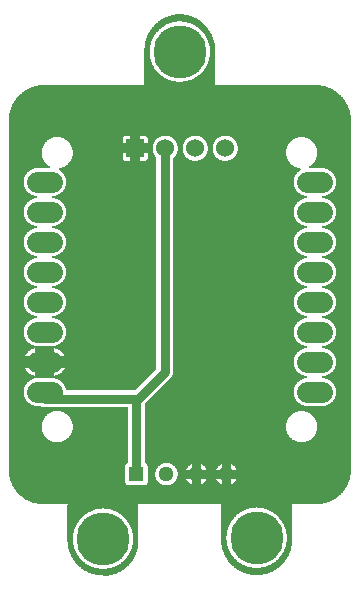
<source format=gtl>
G04 Layer: TopLayer*
G04 EasyEDA v6.2.46, 2019-11-22T14:34:10+02:00*
G04 5335dd83e34847d8b21879a5d4bfddff,7760fd71129a401ca35dedc6c0295012,10*
G04 Gerber Generator version 0.2*
G04 Scale: 100 percent, Rotated: No, Reflected: No *
G04 Dimensions in millimeters *
G04 leading zeros omitted , absolute positions ,3 integer and 3 decimal *
%FSLAX33Y33*%
%MOMM*%
G90*
G71D02*

%ADD11C,0.799998*%
%ADD12R,1.524000X1.524000*%
%ADD13C,1.524000*%
%ADD14R,1.295400X1.295400*%
%ADD15C,1.295400*%
%ADD16C,4.499991*%
%ADD17C,1.739900*%

%LPD*%
G36*
G01X14578Y47565D02*
G01X14499Y47566D01*
G01X14421Y47565D01*
G01X14343Y47562D01*
G01X14264Y47557D01*
G01X14186Y47550D01*
G01X14108Y47541D01*
G01X14031Y47530D01*
G01X13954Y47516D01*
G01X13877Y47501D01*
G01X13800Y47484D01*
G01X13724Y47464D01*
G01X13649Y47443D01*
G01X13574Y47420D01*
G01X13500Y47395D01*
G01X13426Y47368D01*
G01X13353Y47339D01*
G01X13281Y47308D01*
G01X13210Y47275D01*
G01X13139Y47240D01*
G01X13070Y47204D01*
G01X13002Y47165D01*
G01X12934Y47125D01*
G01X12868Y47084D01*
G01X12803Y47040D01*
G01X12739Y46995D01*
G01X12676Y46948D01*
G01X12614Y46899D01*
G01X12554Y46849D01*
G01X12495Y46798D01*
G01X12437Y46744D01*
G01X12381Y46690D01*
G01X12326Y46634D01*
G01X12273Y46576D01*
G01X12221Y46517D01*
G01X12171Y46457D01*
G01X12123Y46395D01*
G01X12076Y46332D01*
G01X12030Y46268D01*
G01X11987Y46203D01*
G01X11945Y46137D01*
G01X11905Y46070D01*
G01X11866Y46001D01*
G01X11830Y45932D01*
G01X11795Y45862D01*
G01X11762Y45790D01*
G01X11731Y45718D01*
G01X11702Y45646D01*
G01X11675Y45572D01*
G01X11649Y45498D01*
G01X11626Y45423D01*
G01X11605Y45347D01*
G01X11585Y45271D01*
G01X11568Y45195D01*
G01X11553Y45118D01*
G01X11539Y45041D01*
G01X11528Y44963D01*
G01X11519Y44885D01*
G01X11511Y44807D01*
G01X11506Y44729D01*
G01X11503Y44651D01*
G01X11502Y44572D01*
G01X11502Y41569D01*
G01X11497Y41568D01*
G01X11499Y41566D01*
G01X3125Y41566D01*
G01X3000Y41567D01*
G01X2999Y41567D01*
G01X2921Y41566D01*
G01X2843Y41562D01*
G01X2764Y41557D01*
G01X2686Y41550D01*
G01X2608Y41541D01*
G01X2531Y41530D01*
G01X2453Y41516D01*
G01X2376Y41501D01*
G01X2300Y41484D01*
G01X2224Y41464D01*
G01X2148Y41443D01*
G01X2073Y41420D01*
G01X1999Y41395D01*
G01X1925Y41367D01*
G01X1852Y41338D01*
G01X1780Y41307D01*
G01X1709Y41275D01*
G01X1639Y41240D01*
G01X1569Y41203D01*
G01X1501Y41165D01*
G01X1433Y41125D01*
G01X1367Y41083D01*
G01X1302Y41039D01*
G01X1238Y40994D01*
G01X1175Y40947D01*
G01X1113Y40899D01*
G01X1053Y40848D01*
G01X994Y40797D01*
G01X936Y40743D01*
G01X880Y40689D01*
G01X825Y40632D01*
G01X772Y40575D01*
G01X720Y40516D01*
G01X670Y40455D01*
G01X621Y40394D01*
G01X574Y40331D01*
G01X529Y40267D01*
G01X486Y40202D01*
G01X444Y40135D01*
G01X404Y40068D01*
G01X365Y39999D01*
G01X329Y39930D01*
G01X294Y39860D01*
G01X261Y39788D01*
G01X230Y39716D01*
G01X201Y39643D01*
G01X174Y39570D01*
G01X149Y39495D01*
G01X125Y39420D01*
G01X104Y39345D01*
G01X85Y39269D01*
G01X68Y39192D01*
G01X52Y39115D01*
G01X39Y39038D01*
G01X28Y38960D01*
G01X18Y38882D01*
G01X11Y38804D01*
G01X6Y38726D01*
G01X3Y38648D01*
G01X2Y38569D01*
G01X2Y9069D01*
G01X3Y8991D01*
G01X6Y8912D01*
G01X11Y8834D01*
G01X18Y8756D01*
G01X28Y8678D01*
G01X39Y8601D01*
G01X52Y8523D01*
G01X67Y8446D01*
G01X85Y8370D01*
G01X104Y8294D01*
G01X125Y8218D01*
G01X148Y8144D01*
G01X174Y8069D01*
G01X201Y7996D01*
G01X230Y7923D01*
G01X261Y7851D01*
G01X294Y7780D01*
G01X328Y7709D01*
G01X365Y7640D01*
G01X403Y7572D01*
G01X443Y7504D01*
G01X485Y7438D01*
G01X528Y7373D01*
G01X574Y7309D01*
G01X620Y7246D01*
G01X669Y7184D01*
G01X719Y7124D01*
G01X771Y7065D01*
G01X824Y7007D01*
G01X879Y6951D01*
G01X935Y6896D01*
G01X992Y6843D01*
G01X1051Y6791D01*
G01X1111Y6741D01*
G01X1173Y6692D01*
G01X1236Y6646D01*
G01X1300Y6600D01*
G01X1365Y6557D01*
G01X1431Y6515D01*
G01X1498Y6475D01*
G01X1567Y6436D01*
G01X1636Y6400D01*
G01X1706Y6365D01*
G01X1778Y6332D01*
G01X1850Y6301D01*
G01X1922Y6272D01*
G01X1996Y6245D01*
G01X2070Y6219D01*
G01X2145Y6196D01*
G01X2220Y6175D01*
G01X2296Y6155D01*
G01X2373Y6138D01*
G01X2450Y6122D01*
G01X2527Y6109D01*
G01X2605Y6098D01*
G01X2682Y6088D01*
G01X2761Y6081D01*
G01X2839Y6076D01*
G01X2917Y6073D01*
G01X2995Y6072D01*
G01X3003Y6072D01*
G01X3053Y6076D01*
G01X4988Y6072D01*
G01X4999Y6072D01*
G01X5000Y6067D01*
G01X5002Y6069D01*
G01X5001Y6067D01*
G01X5002Y6068D01*
G01X4995Y6053D01*
G01X4992Y6037D01*
G01X4990Y6021D01*
G01X4990Y3051D01*
G01X4991Y2973D01*
G01X4994Y2894D01*
G01X4999Y2816D01*
G01X5007Y2738D01*
G01X5016Y2660D01*
G01X5027Y2582D01*
G01X5041Y2505D01*
G01X5056Y2428D01*
G01X5073Y2352D01*
G01X5093Y2276D01*
G01X5114Y2200D01*
G01X5137Y2125D01*
G01X5162Y2051D01*
G01X5190Y1978D01*
G01X5219Y1905D01*
G01X5250Y1833D01*
G01X5283Y1761D01*
G01X5317Y1691D01*
G01X5354Y1622D01*
G01X5392Y1553D01*
G01X5432Y1486D01*
G01X5474Y1420D01*
G01X5518Y1354D01*
G01X5563Y1290D01*
G01X5610Y1227D01*
G01X5659Y1166D01*
G01X5709Y1106D01*
G01X5761Y1047D01*
G01X5814Y989D01*
G01X5869Y933D01*
G01X5925Y878D01*
G01X5982Y825D01*
G01X6041Y773D01*
G01X6102Y723D01*
G01X6163Y675D01*
G01X6226Y628D01*
G01X6290Y582D01*
G01X6356Y539D01*
G01X6422Y497D01*
G01X6489Y457D01*
G01X6558Y419D01*
G01X6627Y382D01*
G01X6698Y347D01*
G01X6769Y315D01*
G01X6841Y284D01*
G01X6914Y255D01*
G01X6987Y227D01*
G01X7062Y202D01*
G01X7136Y179D01*
G01X7212Y158D01*
G01X7288Y138D01*
G01X7365Y121D01*
G01X7441Y106D01*
G01X7519Y93D01*
G01X7596Y81D01*
G01X7674Y72D01*
G01X7752Y65D01*
G01X7831Y60D01*
G01X7909Y57D01*
G01X7987Y56D01*
G01X7990Y53D01*
G01X7990Y54D01*
G01X7998Y42D01*
G01X8009Y31D01*
G01X8020Y21D01*
G01X8034Y14D01*
G01X8048Y8D01*
G01X8063Y5D01*
G01X8078Y3D01*
G01X8082Y4D01*
G01X8081Y3D01*
G01X8159Y7D01*
G01X8237Y12D01*
G01X8315Y20D01*
G01X8392Y30D01*
G01X8470Y41D01*
G01X8547Y55D01*
G01X8623Y70D01*
G01X8699Y88D01*
G01X8775Y107D01*
G01X8850Y129D01*
G01X8925Y152D01*
G01X8999Y178D01*
G01X9072Y205D01*
G01X9144Y234D01*
G01X9216Y265D01*
G01X9287Y298D01*
G01X9357Y333D01*
G01X9426Y370D01*
G01X9494Y408D01*
G01X9561Y448D01*
G01X9627Y490D01*
G01X9692Y534D01*
G01X9756Y579D01*
G01X9818Y626D01*
G01X9880Y675D01*
G01X9940Y725D01*
G01X9998Y776D01*
G01X10055Y830D01*
G01X10111Y884D01*
G01X10166Y940D01*
G01X10219Y998D01*
G01X10270Y1057D01*
G01X10320Y1117D01*
G01X10368Y1178D01*
G01X10415Y1241D01*
G01X10460Y1305D01*
G01X10503Y1370D01*
G01X10545Y1436D01*
G01X10585Y1503D01*
G01X10623Y1572D01*
G01X10659Y1641D01*
G01X10694Y1711D01*
G01X10727Y1782D01*
G01X10757Y1854D01*
G01X10786Y1926D01*
G01X10813Y2000D01*
G01X10838Y2074D01*
G01X10862Y2148D01*
G01X10883Y2224D01*
G01X10902Y2299D01*
G01X10919Y2376D01*
G01X10935Y2452D01*
G01X10948Y2529D01*
G01X10959Y2607D01*
G01X10968Y2684D01*
G01X10976Y2762D01*
G01X10981Y2840D01*
G01X10984Y2918D01*
G01X10985Y2996D01*
G01X10985Y6000D01*
G01X10997Y6070D01*
G01X11000Y6072D01*
G01X17946Y6072D01*
G01X17964Y6073D01*
G01X17982Y6078D01*
G01X18000Y6087D01*
G01X18002Y6084D01*
G01X18002Y3082D01*
G01X18003Y3003D01*
G01X18006Y2925D01*
G01X18011Y2847D01*
G01X18019Y2769D01*
G01X18028Y2691D01*
G01X18039Y2613D01*
G01X18053Y2536D01*
G01X18068Y2459D01*
G01X18085Y2382D01*
G01X18105Y2306D01*
G01X18126Y2231D01*
G01X18149Y2156D01*
G01X18175Y2082D01*
G01X18202Y2008D01*
G01X18231Y1935D01*
G01X18262Y1863D01*
G01X18295Y1792D01*
G01X18330Y1722D01*
G01X18366Y1652D01*
G01X18404Y1584D01*
G01X18486Y1450D01*
G01X18530Y1385D01*
G01X18575Y1321D01*
G01X18622Y1258D01*
G01X18671Y1197D01*
G01X18721Y1136D01*
G01X18773Y1077D01*
G01X18826Y1020D01*
G01X18881Y964D01*
G01X18937Y909D01*
G01X18995Y856D01*
G01X19054Y804D01*
G01X19114Y754D01*
G01X19176Y705D01*
G01X19238Y658D01*
G01X19302Y613D01*
G01X19368Y570D01*
G01X19434Y528D01*
G01X19501Y488D01*
G01X19570Y449D01*
G01X19639Y413D01*
G01X19710Y378D01*
G01X19781Y345D01*
G01X19853Y315D01*
G01X19926Y285D01*
G01X19999Y258D01*
G01X20074Y233D01*
G01X20149Y210D01*
G01X20224Y189D01*
G01X20300Y169D01*
G01X20377Y152D01*
G01X20454Y137D01*
G01X20531Y123D01*
G01X20608Y112D01*
G01X20686Y103D01*
G01X20764Y96D01*
G01X20843Y91D01*
G01X20921Y88D01*
G01X21000Y87D01*
G01X21078Y88D01*
G01X21156Y91D01*
G01X21235Y96D01*
G01X21313Y103D01*
G01X21391Y112D01*
G01X21468Y123D01*
G01X21545Y137D01*
G01X21622Y152D01*
G01X21699Y169D01*
G01X21775Y189D01*
G01X21850Y210D01*
G01X21925Y233D01*
G01X22000Y258D01*
G01X22073Y285D01*
G01X22146Y314D01*
G01X22218Y345D01*
G01X22289Y378D01*
G01X22360Y413D01*
G01X22429Y449D01*
G01X22497Y488D01*
G01X22565Y528D01*
G01X22631Y569D01*
G01X22696Y613D01*
G01X22760Y658D01*
G01X22823Y705D01*
G01X22885Y754D01*
G01X22945Y804D01*
G01X23004Y855D01*
G01X23062Y909D01*
G01X23118Y963D01*
G01X23173Y1019D01*
G01X23226Y1077D01*
G01X23278Y1136D01*
G01X23328Y1196D01*
G01X23376Y1258D01*
G01X23423Y1321D01*
G01X23469Y1385D01*
G01X23512Y1450D01*
G01X23554Y1516D01*
G01X23594Y1583D01*
G01X23633Y1652D01*
G01X23669Y1721D01*
G01X23704Y1791D01*
G01X23737Y1863D01*
G01X23768Y1935D01*
G01X23797Y2007D01*
G01X23824Y2081D01*
G01X23850Y2155D01*
G01X23873Y2230D01*
G01X23894Y2306D01*
G01X23914Y2382D01*
G01X23931Y2458D01*
G01X23946Y2535D01*
G01X23960Y2612D01*
G01X23971Y2690D01*
G01X23980Y2768D01*
G01X23988Y2846D01*
G01X23993Y2924D01*
G01X23996Y3002D01*
G01X23997Y3081D01*
G01X23997Y6084D01*
G01X24000Y6087D01*
G01X24001Y6086D01*
G01X24017Y6078D01*
G01X24035Y6073D01*
G01X24053Y6072D01*
G01X25999Y6072D01*
G01X26078Y6073D01*
G01X26156Y6076D01*
G01X26235Y6081D01*
G01X26313Y6088D01*
G01X26390Y6097D01*
G01X26468Y6108D01*
G01X26545Y6122D01*
G01X26622Y6137D01*
G01X26699Y6154D01*
G01X26775Y6174D01*
G01X26850Y6195D01*
G01X26925Y6218D01*
G01X26999Y6243D01*
G01X27073Y6270D01*
G01X27146Y6299D01*
G01X27218Y6330D01*
G01X27289Y6363D01*
G01X27359Y6398D01*
G01X27429Y6434D01*
G01X27497Y6473D01*
G01X27565Y6513D01*
G01X27631Y6555D01*
G01X27696Y6598D01*
G01X27760Y6643D01*
G01X27823Y6690D01*
G01X27885Y6739D01*
G01X27945Y6789D01*
G01X28004Y6840D01*
G01X28062Y6894D01*
G01X28118Y6948D01*
G01X28173Y7004D01*
G01X28226Y7062D01*
G01X28278Y7121D01*
G01X28328Y7181D01*
G01X28376Y7243D01*
G01X28423Y7306D01*
G01X28469Y7370D01*
G01X28512Y7435D01*
G01X28554Y7501D01*
G01X28594Y7568D01*
G01X28633Y7637D01*
G01X28669Y7706D01*
G01X28704Y7776D01*
G01X28737Y7848D01*
G01X28768Y7920D01*
G01X28797Y7992D01*
G01X28824Y8066D01*
G01X28849Y8140D01*
G01X28873Y8215D01*
G01X28894Y8291D01*
G01X28913Y8367D01*
G01X28931Y8443D01*
G01X28946Y8520D01*
G01X28960Y8597D01*
G01X28971Y8675D01*
G01X28980Y8753D01*
G01X28987Y8831D01*
G01X28993Y8909D01*
G01X28996Y8987D01*
G01X28997Y9066D01*
G01X28997Y38569D01*
G01X28996Y38647D01*
G01X28993Y38726D01*
G01X28988Y38804D01*
G01X28980Y38882D01*
G01X28971Y38960D01*
G01X28960Y39038D01*
G01X28947Y39115D01*
G01X28931Y39192D01*
G01X28914Y39269D01*
G01X28895Y39345D01*
G01X28873Y39420D01*
G01X28850Y39495D01*
G01X28825Y39570D01*
G01X28798Y39643D01*
G01X28769Y39716D01*
G01X28738Y39788D01*
G01X28705Y39859D01*
G01X28670Y39930D01*
G01X28634Y39999D01*
G01X28595Y40068D01*
G01X28555Y40135D01*
G01X28513Y40202D01*
G01X28470Y40267D01*
G01X28424Y40331D01*
G01X28377Y40394D01*
G01X28329Y40455D01*
G01X28279Y40516D01*
G01X28227Y40575D01*
G01X28174Y40632D01*
G01X28119Y40689D01*
G01X28063Y40743D01*
G01X28005Y40797D01*
G01X27946Y40848D01*
G01X27886Y40898D01*
G01X27824Y40947D01*
G01X27761Y40994D01*
G01X27697Y41039D01*
G01X27632Y41083D01*
G01X27566Y41125D01*
G01X27498Y41165D01*
G01X27430Y41203D01*
G01X27360Y41240D01*
G01X27290Y41274D01*
G01X27219Y41307D01*
G01X27147Y41338D01*
G01X27074Y41367D01*
G01X27000Y41395D01*
G01X26926Y41420D01*
G01X26851Y41443D01*
G01X26775Y41464D01*
G01X26699Y41484D01*
G01X26623Y41501D01*
G01X26546Y41516D01*
G01X26468Y41530D01*
G01X26391Y41541D01*
G01X26313Y41550D01*
G01X26235Y41557D01*
G01X26156Y41562D01*
G01X26078Y41565D01*
G01X25999Y41566D01*
G01X17499Y41566D01*
G01X17497Y41569D01*
G01X17497Y44571D01*
G01X17496Y44650D01*
G01X17493Y44728D01*
G01X17488Y44806D01*
G01X17480Y44884D01*
G01X17471Y44962D01*
G01X17460Y45040D01*
G01X17446Y45117D01*
G01X17431Y45194D01*
G01X17414Y45271D01*
G01X17394Y45347D01*
G01X17373Y45422D01*
G01X17350Y45497D01*
G01X17324Y45571D01*
G01X17297Y45645D01*
G01X17268Y45718D01*
G01X17237Y45790D01*
G01X17204Y45861D01*
G01X17170Y45931D01*
G01X17133Y46001D01*
G01X17095Y46069D01*
G01X17013Y46203D01*
G01X16969Y46268D01*
G01X16924Y46332D01*
G01X16877Y46395D01*
G01X16828Y46456D01*
G01X16778Y46517D01*
G01X16726Y46576D01*
G01X16673Y46633D01*
G01X16618Y46689D01*
G01X16562Y46744D01*
G01X16504Y46797D01*
G01X16445Y46849D01*
G01X16385Y46899D01*
G01X16323Y46948D01*
G01X16261Y46995D01*
G01X16197Y47040D01*
G01X16131Y47083D01*
G01X16065Y47125D01*
G01X15998Y47165D01*
G01X15929Y47204D01*
G01X15860Y47240D01*
G01X15789Y47275D01*
G01X15718Y47308D01*
G01X15646Y47339D01*
G01X15573Y47368D01*
G01X15500Y47395D01*
G01X15425Y47420D01*
G01X15350Y47443D01*
G01X15275Y47464D01*
G01X15199Y47484D01*
G01X15122Y47501D01*
G01X15045Y47516D01*
G01X14968Y47530D01*
G01X14891Y47541D01*
G01X14813Y47550D01*
G01X14735Y47557D01*
G01X14656Y47562D01*
G01X14578Y47565D01*
G37*

%LPC*%
G36*
G01X13305Y37280D02*
G01X13258Y37281D01*
G01X13210Y37280D01*
G01X13162Y37276D01*
G01X13115Y37271D01*
G01X13068Y37263D01*
G01X13021Y37254D01*
G01X12975Y37242D01*
G01X12929Y37228D01*
G01X12884Y37213D01*
G01X12839Y37195D01*
G01X12796Y37175D01*
G01X12753Y37153D01*
G01X12712Y37130D01*
G01X12671Y37104D01*
G01X12632Y37077D01*
G01X12594Y37048D01*
G01X12557Y37018D01*
G01X12522Y36985D01*
G01X12488Y36952D01*
G01X12456Y36916D01*
G01X12425Y36880D01*
G01X12396Y36842D01*
G01X12369Y36802D01*
G01X12344Y36762D01*
G01X12320Y36720D01*
G01X12299Y36678D01*
G01X12279Y36634D01*
G01X12261Y36590D01*
G01X12245Y36545D01*
G01X12232Y36499D01*
G01X12220Y36453D01*
G01X12210Y36406D01*
G01X12203Y36359D01*
G01X12197Y36311D01*
G01X12194Y36264D01*
G01X12193Y36216D01*
G01X12194Y36168D01*
G01X12198Y36119D01*
G01X12203Y36071D01*
G01X12211Y36023D01*
G01X12221Y35976D01*
G01X12233Y35929D01*
G01X12247Y35883D01*
G01X12263Y35837D01*
G01X12281Y35792D01*
G01X12301Y35748D01*
G01X12324Y35705D01*
G01X12348Y35663D01*
G01X12374Y35622D01*
G01X12402Y35583D01*
G01X12432Y35545D01*
G01X12463Y35508D01*
G01X12496Y35472D01*
G01X12506Y35460D01*
G01X12514Y35447D01*
G01X12520Y35432D01*
G01X12524Y35417D01*
G01X12525Y35401D01*
G01X12525Y17630D01*
G01X12524Y17614D01*
G01X12520Y17599D01*
G01X12514Y17584D01*
G01X12506Y17570D01*
G01X12495Y17558D01*
G01X10683Y15746D01*
G01X10671Y15735D01*
G01X10657Y15727D01*
G01X10642Y15721D01*
G01X10627Y15717D01*
G01X10611Y15716D01*
G01X4951Y15716D01*
G01X4936Y15717D01*
G01X4920Y15721D01*
G01X4906Y15727D01*
G01X4893Y15735D01*
G01X4881Y15744D01*
G01X4870Y15756D01*
G01X4862Y15769D01*
G01X4855Y15783D01*
G01X4851Y15799D01*
G01X4841Y15847D01*
G01X4829Y15894D01*
G01X4815Y15942D01*
G01X4798Y15988D01*
G01X4780Y16034D01*
G01X4760Y16079D01*
G01X4738Y16123D01*
G01X4715Y16166D01*
G01X4689Y16208D01*
G01X4662Y16249D01*
G01X4633Y16289D01*
G01X4602Y16328D01*
G01X4570Y16365D01*
G01X4536Y16401D01*
G01X4501Y16435D01*
G01X4464Y16468D01*
G01X4426Y16499D01*
G01X4387Y16529D01*
G01X4346Y16557D01*
G01X4305Y16583D01*
G01X4262Y16608D01*
G01X4218Y16631D01*
G01X4174Y16651D01*
G01X4128Y16670D01*
G01X4082Y16687D01*
G01X4035Y16703D01*
G01X3988Y16716D01*
G01X3940Y16727D01*
G01X3891Y16736D01*
G01X3842Y16743D01*
G01X3793Y16748D01*
G01X3775Y16751D01*
G01X3760Y16750D01*
G01X3755Y16750D01*
G01X3700Y16752D01*
G01X2439Y16752D01*
G01X2384Y16750D01*
G01X2379Y16750D01*
G01X2365Y16751D01*
G01X2346Y16748D01*
G01X2296Y16743D01*
G01X2247Y16736D01*
G01X2197Y16726D01*
G01X2149Y16715D01*
G01X2101Y16702D01*
G01X2053Y16686D01*
G01X2006Y16669D01*
G01X1960Y16649D01*
G01X1915Y16628D01*
G01X1871Y16605D01*
G01X1828Y16579D01*
G01X1786Y16553D01*
G01X1745Y16524D01*
G01X1706Y16493D01*
G01X1667Y16461D01*
G01X1630Y16428D01*
G01X1595Y16392D01*
G01X1561Y16356D01*
G01X1529Y16318D01*
G01X1498Y16278D01*
G01X1469Y16237D01*
G01X1442Y16196D01*
G01X1417Y16153D01*
G01X1393Y16108D01*
G01X1372Y16063D01*
G01X1352Y16018D01*
G01X1334Y15971D01*
G01X1319Y15923D01*
G01X1305Y15875D01*
G01X1293Y15827D01*
G01X1284Y15778D01*
G01X1277Y15728D01*
G01X1271Y15679D01*
G01X1268Y15629D01*
G01X1267Y15579D01*
G01X1268Y15529D01*
G01X1271Y15480D01*
G01X1276Y15430D01*
G01X1284Y15381D01*
G01X1293Y15332D01*
G01X1305Y15284D01*
G01X1318Y15236D01*
G01X1334Y15188D01*
G01X1352Y15142D01*
G01X1371Y15096D01*
G01X1393Y15051D01*
G01X1416Y15007D01*
G01X1441Y14964D01*
G01X1468Y14922D01*
G01X1497Y14882D01*
G01X1527Y14842D01*
G01X1559Y14804D01*
G01X1593Y14768D01*
G01X1628Y14733D01*
G01X1665Y14699D01*
G01X1703Y14667D01*
G01X1742Y14636D01*
G01X1783Y14608D01*
G01X1825Y14581D01*
G01X1868Y14555D01*
G01X1912Y14532D01*
G01X1957Y14511D01*
G01X2002Y14491D01*
G01X2049Y14474D01*
G01X2096Y14458D01*
G01X2144Y14444D01*
G01X2192Y14433D01*
G01X2241Y14423D01*
G01X2291Y14416D01*
G01X2340Y14411D01*
G01X2390Y14408D01*
G01X2439Y14407D01*
G01X2672Y14407D01*
G01X2688Y14405D01*
G01X2705Y14401D01*
G01X2720Y14394D01*
G01X2754Y14377D01*
G01X2789Y14362D01*
G01X2826Y14348D01*
G01X2862Y14337D01*
G01X2900Y14328D01*
G01X2937Y14320D01*
G01X2975Y14315D01*
G01X3014Y14312D01*
G01X3052Y14311D01*
G01X10025Y14311D01*
G01X10040Y14310D01*
G01X10054Y14307D01*
G01X10068Y14302D01*
G01X10080Y14295D01*
G01X10092Y14286D01*
G01X10102Y14276D01*
G01X10111Y14264D01*
G01X10118Y14251D01*
G01X10123Y14238D01*
G01X10126Y14224D01*
G01X10127Y14209D01*
G01X10127Y9647D01*
G01X10126Y9633D01*
G01X10123Y9618D01*
G01X10117Y9604D01*
G01X10110Y9591D01*
G01X10101Y9579D01*
G01X10090Y9569D01*
G01X10078Y9561D01*
G01X10065Y9554D01*
G01X10042Y9543D01*
G01X10020Y9530D01*
G01X9999Y9516D01*
G01X9979Y9500D01*
G01X9961Y9482D01*
G01X9945Y9463D01*
G01X9930Y9442D01*
G01X9917Y9421D01*
G01X9905Y9398D01*
G01X9896Y9374D01*
G01X9889Y9350D01*
G01X9883Y9325D01*
G01X9880Y9300D01*
G01X9879Y9275D01*
G01X9879Y7979D01*
G01X9880Y7954D01*
G01X9883Y7930D01*
G01X9888Y7905D01*
G01X9896Y7881D01*
G01X9905Y7858D01*
G01X9916Y7835D01*
G01X9928Y7814D01*
G01X9943Y7794D01*
G01X9959Y7774D01*
G01X9977Y7757D01*
G01X9996Y7741D01*
G01X10016Y7726D01*
G01X10038Y7713D01*
G01X10060Y7702D01*
G01X10084Y7693D01*
G01X10108Y7686D01*
G01X10132Y7681D01*
G01X10157Y7678D01*
G01X10182Y7677D01*
G01X11477Y7677D01*
G01X11502Y7678D01*
G01X11527Y7681D01*
G01X11551Y7686D01*
G01X11575Y7693D01*
G01X11599Y7702D01*
G01X11621Y7713D01*
G01X11643Y7726D01*
G01X11663Y7741D01*
G01X11682Y7757D01*
G01X11700Y7774D01*
G01X11716Y7794D01*
G01X11730Y7814D01*
G01X11743Y7835D01*
G01X11754Y7858D01*
G01X11763Y7881D01*
G01X11770Y7905D01*
G01X11776Y7930D01*
G01X11779Y7954D01*
G01X11780Y7979D01*
G01X11780Y9275D01*
G01X11779Y9300D01*
G01X11775Y9325D01*
G01X11770Y9350D01*
G01X11763Y9374D01*
G01X11754Y9398D01*
G01X11742Y9421D01*
G01X11729Y9442D01*
G01X11714Y9463D01*
G01X11698Y9482D01*
G01X11680Y9500D01*
G01X11660Y9516D01*
G01X11639Y9530D01*
G01X11617Y9543D01*
G01X11594Y9554D01*
G01X11581Y9560D01*
G01X11569Y9569D01*
G01X11558Y9579D01*
G01X11549Y9591D01*
G01X11542Y9604D01*
G01X11536Y9618D01*
G01X11533Y9633D01*
G01X11532Y9647D01*
G01X11532Y14566D01*
G01X11533Y14582D01*
G01X11537Y14597D01*
G01X11543Y14612D01*
G01X11552Y14626D01*
G01X11562Y14638D01*
G01X13724Y16800D01*
G01X13751Y16829D01*
G01X13777Y16859D01*
G01X13800Y16890D01*
G01X13822Y16923D01*
G01X13842Y16957D01*
G01X13860Y16992D01*
G01X13877Y17028D01*
G01X13891Y17065D01*
G01X13903Y17102D01*
G01X13912Y17141D01*
G01X13920Y17179D01*
G01X13926Y17218D01*
G01X13929Y17257D01*
G01X13930Y17297D01*
G01X13930Y35344D01*
G01X13931Y35361D01*
G01X13936Y35377D01*
G01X13943Y35393D01*
G01X13952Y35407D01*
G01X13964Y35420D01*
G01X13999Y35452D01*
G01X14032Y35486D01*
G01X14064Y35521D01*
G01X14094Y35557D01*
G01X14122Y35595D01*
G01X14149Y35634D01*
G01X14174Y35674D01*
G01X14197Y35716D01*
G01X14219Y35758D01*
G01X14238Y35801D01*
G01X14256Y35845D01*
G01X14271Y35890D01*
G01X14285Y35935D01*
G01X14296Y35981D01*
G01X14305Y36028D01*
G01X14313Y36074D01*
G01X14318Y36121D01*
G01X14321Y36169D01*
G01X14322Y36216D01*
G01X14321Y36264D01*
G01X14318Y36311D01*
G01X14313Y36359D01*
G01X14305Y36406D01*
G01X14296Y36453D01*
G01X14284Y36499D01*
G01X14270Y36545D01*
G01X14254Y36590D01*
G01X14237Y36634D01*
G01X14217Y36678D01*
G01X14195Y36720D01*
G01X14172Y36762D01*
G01X14146Y36802D01*
G01X14119Y36842D01*
G01X14090Y36880D01*
G01X14059Y36916D01*
G01X14027Y36952D01*
G01X13993Y36985D01*
G01X13958Y37018D01*
G01X13921Y37048D01*
G01X13883Y37077D01*
G01X13844Y37104D01*
G01X13804Y37130D01*
G01X13762Y37153D01*
G01X13720Y37175D01*
G01X13676Y37195D01*
G01X13632Y37213D01*
G01X13587Y37228D01*
G01X13541Y37242D01*
G01X13495Y37254D01*
G01X13448Y37263D01*
G01X13401Y37271D01*
G01X13353Y37276D01*
G01X13305Y37280D01*
G37*
G36*
G01X24866Y37165D02*
G01X24814Y37166D01*
G01X24763Y37165D01*
G01X24711Y37162D01*
G01X24659Y37157D01*
G01X24608Y37150D01*
G01X24557Y37141D01*
G01X24507Y37130D01*
G01X24457Y37117D01*
G01X24407Y37102D01*
G01X24358Y37085D01*
G01X24310Y37066D01*
G01X24262Y37045D01*
G01X24216Y37023D01*
G01X24170Y36998D01*
G01X24126Y36972D01*
G01X24082Y36944D01*
G01X24039Y36914D01*
G01X23998Y36883D01*
G01X23958Y36850D01*
G01X23919Y36816D01*
G01X23882Y36780D01*
G01X23846Y36743D01*
G01X23812Y36704D01*
G01X23779Y36664D01*
G01X23748Y36623D01*
G01X23718Y36580D01*
G01X23690Y36537D01*
G01X23664Y36492D01*
G01X23640Y36446D01*
G01X23617Y36400D01*
G01X23596Y36352D01*
G01X23577Y36304D01*
G01X23560Y36255D01*
G01X23545Y36206D01*
G01X23532Y36156D01*
G01X23521Y36105D01*
G01X23512Y36054D01*
G01X23505Y36003D01*
G01X23500Y35951D01*
G01X23497Y35900D01*
G01X23496Y35848D01*
G01X23497Y35795D01*
G01X23500Y35743D01*
G01X23505Y35690D01*
G01X23513Y35638D01*
G01X23522Y35586D01*
G01X23534Y35535D01*
G01X23547Y35484D01*
G01X23563Y35434D01*
G01X23580Y35384D01*
G01X23600Y35335D01*
G01X23621Y35287D01*
G01X23644Y35240D01*
G01X23670Y35194D01*
G01X23697Y35149D01*
G01X23725Y35104D01*
G01X23756Y35062D01*
G01X23788Y35020D01*
G01X23822Y34980D01*
G01X23857Y34941D01*
G01X23894Y34903D01*
G01X23933Y34867D01*
G01X23973Y34833D01*
G01X24014Y34800D01*
G01X24056Y34769D01*
G01X24100Y34740D01*
G01X24145Y34712D01*
G01X24191Y34686D01*
G01X24238Y34662D01*
G01X24285Y34640D01*
G01X24334Y34620D01*
G01X24383Y34602D01*
G01X24433Y34585D01*
G01X24484Y34571D01*
G01X24535Y34559D01*
G01X24587Y34549D01*
G01X24639Y34541D01*
G01X24653Y34538D01*
G01X24667Y34533D01*
G01X24680Y34526D01*
G01X24692Y34517D01*
G01X24702Y34507D01*
G01X24711Y34495D01*
G01X24718Y34483D01*
G01X24723Y34469D01*
G01X24726Y34455D01*
G01X24727Y34440D01*
G01X24726Y34426D01*
G01X24723Y34411D01*
G01X24718Y34397D01*
G01X24702Y34373D01*
G01X24691Y34363D01*
G01X24679Y34354D01*
G01X24638Y34327D01*
G01X24597Y34298D01*
G01X24558Y34268D01*
G01X24521Y34236D01*
G01X24484Y34202D01*
G01X24450Y34167D01*
G01X24416Y34130D01*
G01X24385Y34092D01*
G01X24354Y34053D01*
G01X24326Y34012D01*
G01X24299Y33971D01*
G01X24274Y33928D01*
G01X24251Y33884D01*
G01X24230Y33840D01*
G01X24211Y33794D01*
G01X24193Y33748D01*
G01X24178Y33701D01*
G01X24164Y33653D01*
G01X24153Y33605D01*
G01X24144Y33556D01*
G01X24136Y33507D01*
G01X24131Y33458D01*
G01X24128Y33409D01*
G01X24127Y33359D01*
G01X24128Y33309D01*
G01X24131Y33259D01*
G01X24137Y33210D01*
G01X24144Y33160D01*
G01X24153Y33111D01*
G01X24165Y33063D01*
G01X24179Y33015D01*
G01X24194Y32967D01*
G01X24212Y32921D01*
G01X24232Y32875D01*
G01X24253Y32830D01*
G01X24277Y32786D01*
G01X24302Y32743D01*
G01X24329Y32701D01*
G01X24358Y32660D01*
G01X24389Y32620D01*
G01X24421Y32582D01*
G01X24455Y32546D01*
G01X24490Y32510D01*
G01X24527Y32477D01*
G01X24566Y32445D01*
G01X24605Y32414D01*
G01X24646Y32386D01*
G01X24688Y32359D01*
G01X24731Y32334D01*
G01X24775Y32310D01*
G01X24820Y32289D01*
G01X24866Y32269D01*
G01X24913Y32252D01*
G01X24961Y32237D01*
G01X25009Y32223D01*
G01X25057Y32212D01*
G01X25107Y32203D01*
G01X25156Y32195D01*
G01X25206Y32190D01*
G01X25221Y32188D01*
G01X25235Y32183D01*
G01X25249Y32177D01*
G01X25261Y32168D01*
G01X25272Y32158D01*
G01X25282Y32146D01*
G01X25289Y32133D01*
G01X25295Y32119D01*
G01X25298Y32104D01*
G01X25299Y32089D01*
G01X25298Y32074D01*
G01X25295Y32059D01*
G01X25289Y32045D01*
G01X25282Y32032D01*
G01X25272Y32020D01*
G01X25261Y32010D01*
G01X25249Y32001D01*
G01X25235Y31995D01*
G01X25221Y31990D01*
G01X25206Y31988D01*
G01X25156Y31983D01*
G01X25107Y31976D01*
G01X25057Y31966D01*
G01X25009Y31955D01*
G01X24961Y31942D01*
G01X24913Y31926D01*
G01X24866Y31909D01*
G01X24820Y31889D01*
G01X24775Y31868D01*
G01X24731Y31845D01*
G01X24688Y31819D01*
G01X24646Y31793D01*
G01X24605Y31764D01*
G01X24566Y31733D01*
G01X24527Y31701D01*
G01X24490Y31668D01*
G01X24455Y31632D01*
G01X24421Y31596D01*
G01X24389Y31558D01*
G01X24358Y31518D01*
G01X24329Y31477D01*
G01X24302Y31436D01*
G01X24277Y31393D01*
G01X24253Y31348D01*
G01X24232Y31303D01*
G01X24212Y31258D01*
G01X24194Y31211D01*
G01X24179Y31163D01*
G01X24165Y31115D01*
G01X24153Y31067D01*
G01X24144Y31018D01*
G01X24137Y30968D01*
G01X24131Y30919D01*
G01X24128Y30869D01*
G01X24127Y30819D01*
G01X24128Y30769D01*
G01X24131Y30719D01*
G01X24137Y30670D01*
G01X24144Y30620D01*
G01X24153Y30571D01*
G01X24165Y30523D01*
G01X24179Y30475D01*
G01X24194Y30427D01*
G01X24212Y30381D01*
G01X24232Y30335D01*
G01X24253Y30290D01*
G01X24277Y30246D01*
G01X24302Y30203D01*
G01X24329Y30161D01*
G01X24358Y30120D01*
G01X24389Y30080D01*
G01X24421Y30042D01*
G01X24455Y30006D01*
G01X24490Y29970D01*
G01X24527Y29937D01*
G01X24566Y29905D01*
G01X24605Y29874D01*
G01X24646Y29846D01*
G01X24688Y29819D01*
G01X24731Y29794D01*
G01X24775Y29770D01*
G01X24820Y29749D01*
G01X24866Y29729D01*
G01X24913Y29712D01*
G01X24961Y29697D01*
G01X25009Y29683D01*
G01X25057Y29672D01*
G01X25107Y29663D01*
G01X25156Y29655D01*
G01X25206Y29650D01*
G01X25221Y29648D01*
G01X25235Y29643D01*
G01X25249Y29637D01*
G01X25261Y29628D01*
G01X25272Y29618D01*
G01X25282Y29606D01*
G01X25289Y29593D01*
G01X25295Y29579D01*
G01X25298Y29564D01*
G01X25299Y29549D01*
G01X25298Y29534D01*
G01X25295Y29519D01*
G01X25289Y29505D01*
G01X25282Y29492D01*
G01X25272Y29480D01*
G01X25261Y29470D01*
G01X25249Y29461D01*
G01X25235Y29455D01*
G01X25221Y29450D01*
G01X25206Y29448D01*
G01X25156Y29443D01*
G01X25107Y29436D01*
G01X25057Y29426D01*
G01X25009Y29415D01*
G01X24961Y29402D01*
G01X24913Y29386D01*
G01X24866Y29369D01*
G01X24820Y29349D01*
G01X24775Y29328D01*
G01X24731Y29305D01*
G01X24688Y29279D01*
G01X24646Y29253D01*
G01X24605Y29224D01*
G01X24566Y29193D01*
G01X24527Y29161D01*
G01X24490Y29128D01*
G01X24455Y29092D01*
G01X24421Y29056D01*
G01X24389Y29018D01*
G01X24358Y28978D01*
G01X24329Y28937D01*
G01X24302Y28896D01*
G01X24277Y28853D01*
G01X24253Y28808D01*
G01X24232Y28763D01*
G01X24212Y28718D01*
G01X24194Y28671D01*
G01X24179Y28623D01*
G01X24165Y28575D01*
G01X24153Y28527D01*
G01X24144Y28478D01*
G01X24137Y28428D01*
G01X24131Y28379D01*
G01X24128Y28329D01*
G01X24127Y28279D01*
G01X24128Y28229D01*
G01X24131Y28179D01*
G01X24137Y28130D01*
G01X24144Y28080D01*
G01X24153Y28031D01*
G01X24165Y27983D01*
G01X24179Y27935D01*
G01X24194Y27887D01*
G01X24212Y27841D01*
G01X24232Y27795D01*
G01X24253Y27750D01*
G01X24277Y27706D01*
G01X24302Y27663D01*
G01X24329Y27621D01*
G01X24358Y27580D01*
G01X24389Y27540D01*
G01X24421Y27502D01*
G01X24455Y27466D01*
G01X24490Y27430D01*
G01X24527Y27397D01*
G01X24566Y27365D01*
G01X24605Y27334D01*
G01X24646Y27306D01*
G01X24688Y27279D01*
G01X24731Y27254D01*
G01X24775Y27230D01*
G01X24820Y27209D01*
G01X24866Y27189D01*
G01X24913Y27172D01*
G01X24961Y27157D01*
G01X25009Y27143D01*
G01X25057Y27132D01*
G01X25107Y27123D01*
G01X25156Y27115D01*
G01X25206Y27110D01*
G01X25221Y27108D01*
G01X25235Y27103D01*
G01X25249Y27097D01*
G01X25261Y27088D01*
G01X25272Y27078D01*
G01X25282Y27066D01*
G01X25289Y27053D01*
G01X25295Y27039D01*
G01X25298Y27024D01*
G01X25299Y27009D01*
G01X25298Y26994D01*
G01X25295Y26979D01*
G01X25289Y26965D01*
G01X25282Y26952D01*
G01X25272Y26940D01*
G01X25261Y26930D01*
G01X25249Y26921D01*
G01X25235Y26915D01*
G01X25221Y26910D01*
G01X25206Y26908D01*
G01X25156Y26903D01*
G01X25107Y26896D01*
G01X25057Y26886D01*
G01X25009Y26875D01*
G01X24961Y26862D01*
G01X24913Y26846D01*
G01X24866Y26829D01*
G01X24820Y26809D01*
G01X24775Y26788D01*
G01X24731Y26765D01*
G01X24688Y26739D01*
G01X24646Y26713D01*
G01X24605Y26684D01*
G01X24566Y26653D01*
G01X24527Y26621D01*
G01X24490Y26588D01*
G01X24455Y26552D01*
G01X24421Y26516D01*
G01X24389Y26478D01*
G01X24358Y26438D01*
G01X24329Y26397D01*
G01X24302Y26356D01*
G01X24277Y26313D01*
G01X24253Y26268D01*
G01X24232Y26223D01*
G01X24212Y26178D01*
G01X24194Y26131D01*
G01X24179Y26083D01*
G01X24165Y26035D01*
G01X24153Y25987D01*
G01X24144Y25938D01*
G01X24137Y25888D01*
G01X24131Y25839D01*
G01X24128Y25789D01*
G01X24127Y25739D01*
G01X24128Y25689D01*
G01X24131Y25639D01*
G01X24137Y25590D01*
G01X24144Y25540D01*
G01X24153Y25491D01*
G01X24165Y25443D01*
G01X24179Y25395D01*
G01X24194Y25347D01*
G01X24212Y25301D01*
G01X24232Y25255D01*
G01X24253Y25210D01*
G01X24277Y25166D01*
G01X24302Y25123D01*
G01X24329Y25081D01*
G01X24358Y25040D01*
G01X24389Y25000D01*
G01X24421Y24962D01*
G01X24455Y24926D01*
G01X24490Y24890D01*
G01X24527Y24857D01*
G01X24566Y24825D01*
G01X24605Y24794D01*
G01X24646Y24766D01*
G01X24688Y24739D01*
G01X24731Y24714D01*
G01X24775Y24690D01*
G01X24820Y24669D01*
G01X24866Y24649D01*
G01X24913Y24632D01*
G01X24961Y24617D01*
G01X25009Y24603D01*
G01X25057Y24592D01*
G01X25107Y24583D01*
G01X25156Y24575D01*
G01X25206Y24570D01*
G01X25221Y24568D01*
G01X25235Y24563D01*
G01X25249Y24557D01*
G01X25261Y24548D01*
G01X25272Y24538D01*
G01X25282Y24526D01*
G01X25289Y24513D01*
G01X25295Y24499D01*
G01X25298Y24484D01*
G01X25299Y24469D01*
G01X25298Y24454D01*
G01X25295Y24439D01*
G01X25289Y24425D01*
G01X25282Y24412D01*
G01X25272Y24400D01*
G01X25261Y24390D01*
G01X25249Y24381D01*
G01X25235Y24375D01*
G01X25221Y24370D01*
G01X25206Y24368D01*
G01X25156Y24363D01*
G01X25107Y24356D01*
G01X25057Y24346D01*
G01X25009Y24335D01*
G01X24961Y24322D01*
G01X24913Y24306D01*
G01X24866Y24289D01*
G01X24820Y24269D01*
G01X24775Y24248D01*
G01X24731Y24225D01*
G01X24688Y24199D01*
G01X24646Y24173D01*
G01X24605Y24144D01*
G01X24566Y24113D01*
G01X24527Y24081D01*
G01X24490Y24048D01*
G01X24455Y24012D01*
G01X24421Y23976D01*
G01X24389Y23938D01*
G01X24358Y23898D01*
G01X24329Y23857D01*
G01X24302Y23816D01*
G01X24277Y23773D01*
G01X24253Y23728D01*
G01X24232Y23683D01*
G01X24212Y23638D01*
G01X24194Y23591D01*
G01X24179Y23543D01*
G01X24165Y23495D01*
G01X24153Y23447D01*
G01X24144Y23398D01*
G01X24137Y23348D01*
G01X24131Y23299D01*
G01X24128Y23249D01*
G01X24127Y23199D01*
G01X24128Y23149D01*
G01X24131Y23099D01*
G01X24137Y23050D01*
G01X24144Y23000D01*
G01X24153Y22951D01*
G01X24165Y22903D01*
G01X24179Y22855D01*
G01X24194Y22807D01*
G01X24212Y22761D01*
G01X24232Y22715D01*
G01X24253Y22670D01*
G01X24277Y22626D01*
G01X24302Y22583D01*
G01X24329Y22541D01*
G01X24358Y22500D01*
G01X24389Y22460D01*
G01X24421Y22422D01*
G01X24455Y22386D01*
G01X24490Y22350D01*
G01X24527Y22317D01*
G01X24566Y22285D01*
G01X24605Y22254D01*
G01X24646Y22226D01*
G01X24688Y22199D01*
G01X24731Y22174D01*
G01X24775Y22150D01*
G01X24820Y22129D01*
G01X24866Y22109D01*
G01X24913Y22092D01*
G01X24961Y22077D01*
G01X25009Y22063D01*
G01X25057Y22052D01*
G01X25107Y22043D01*
G01X25156Y22035D01*
G01X25206Y22030D01*
G01X25221Y22028D01*
G01X25235Y22023D01*
G01X25249Y22017D01*
G01X25261Y22008D01*
G01X25272Y21998D01*
G01X25282Y21986D01*
G01X25289Y21973D01*
G01X25295Y21959D01*
G01X25298Y21944D01*
G01X25299Y21929D01*
G01X25298Y21914D01*
G01X25295Y21899D01*
G01X25289Y21885D01*
G01X25282Y21872D01*
G01X25272Y21860D01*
G01X25261Y21850D01*
G01X25249Y21841D01*
G01X25235Y21835D01*
G01X25221Y21830D01*
G01X25206Y21828D01*
G01X25156Y21823D01*
G01X25107Y21816D01*
G01X25057Y21806D01*
G01X25009Y21795D01*
G01X24961Y21782D01*
G01X24913Y21766D01*
G01X24866Y21749D01*
G01X24820Y21729D01*
G01X24775Y21708D01*
G01X24731Y21685D01*
G01X24688Y21659D01*
G01X24646Y21633D01*
G01X24605Y21604D01*
G01X24566Y21573D01*
G01X24527Y21541D01*
G01X24490Y21508D01*
G01X24455Y21472D01*
G01X24421Y21436D01*
G01X24389Y21398D01*
G01X24358Y21358D01*
G01X24329Y21317D01*
G01X24302Y21276D01*
G01X24277Y21233D01*
G01X24253Y21188D01*
G01X24232Y21143D01*
G01X24212Y21098D01*
G01X24194Y21051D01*
G01X24179Y21003D01*
G01X24165Y20955D01*
G01X24153Y20907D01*
G01X24144Y20858D01*
G01X24137Y20808D01*
G01X24131Y20759D01*
G01X24128Y20709D01*
G01X24127Y20659D01*
G01X24128Y20609D01*
G01X24131Y20559D01*
G01X24137Y20510D01*
G01X24144Y20460D01*
G01X24153Y20411D01*
G01X24165Y20363D01*
G01X24179Y20315D01*
G01X24194Y20267D01*
G01X24212Y20221D01*
G01X24232Y20175D01*
G01X24253Y20130D01*
G01X24277Y20086D01*
G01X24302Y20043D01*
G01X24329Y20001D01*
G01X24358Y19960D01*
G01X24389Y19920D01*
G01X24421Y19882D01*
G01X24455Y19846D01*
G01X24490Y19810D01*
G01X24527Y19777D01*
G01X24566Y19745D01*
G01X24605Y19714D01*
G01X24646Y19686D01*
G01X24688Y19659D01*
G01X24731Y19634D01*
G01X24775Y19610D01*
G01X24820Y19589D01*
G01X24866Y19569D01*
G01X24913Y19552D01*
G01X24961Y19537D01*
G01X25009Y19523D01*
G01X25057Y19512D01*
G01X25107Y19503D01*
G01X25156Y19495D01*
G01X25206Y19490D01*
G01X25221Y19488D01*
G01X25235Y19483D01*
G01X25249Y19477D01*
G01X25261Y19468D01*
G01X25272Y19458D01*
G01X25282Y19446D01*
G01X25289Y19433D01*
G01X25295Y19419D01*
G01X25298Y19404D01*
G01X25299Y19389D01*
G01X25298Y19374D01*
G01X25295Y19359D01*
G01X25289Y19345D01*
G01X25282Y19332D01*
G01X25272Y19320D01*
G01X25261Y19310D01*
G01X25249Y19301D01*
G01X25235Y19295D01*
G01X25221Y19290D01*
G01X25206Y19288D01*
G01X25156Y19283D01*
G01X25107Y19276D01*
G01X25057Y19266D01*
G01X25009Y19255D01*
G01X24961Y19242D01*
G01X24913Y19226D01*
G01X24866Y19209D01*
G01X24820Y19189D01*
G01X24775Y19168D01*
G01X24731Y19145D01*
G01X24688Y19119D01*
G01X24646Y19093D01*
G01X24605Y19064D01*
G01X24566Y19033D01*
G01X24527Y19001D01*
G01X24490Y18968D01*
G01X24455Y18932D01*
G01X24421Y18896D01*
G01X24389Y18858D01*
G01X24358Y18818D01*
G01X24329Y18777D01*
G01X24302Y18736D01*
G01X24277Y18693D01*
G01X24253Y18648D01*
G01X24232Y18603D01*
G01X24212Y18558D01*
G01X24194Y18511D01*
G01X24179Y18463D01*
G01X24165Y18415D01*
G01X24153Y18367D01*
G01X24144Y18318D01*
G01X24137Y18268D01*
G01X24131Y18219D01*
G01X24128Y18169D01*
G01X24127Y18119D01*
G01X24128Y18069D01*
G01X24131Y18019D01*
G01X24137Y17970D01*
G01X24144Y17920D01*
G01X24153Y17871D01*
G01X24165Y17823D01*
G01X24179Y17775D01*
G01X24194Y17727D01*
G01X24212Y17681D01*
G01X24232Y17635D01*
G01X24253Y17590D01*
G01X24277Y17546D01*
G01X24302Y17503D01*
G01X24329Y17461D01*
G01X24358Y17420D01*
G01X24389Y17380D01*
G01X24421Y17342D01*
G01X24455Y17306D01*
G01X24490Y17270D01*
G01X24527Y17237D01*
G01X24566Y17205D01*
G01X24605Y17174D01*
G01X24646Y17146D01*
G01X24688Y17119D01*
G01X24731Y17094D01*
G01X24775Y17070D01*
G01X24820Y17049D01*
G01X24866Y17029D01*
G01X24913Y17012D01*
G01X24961Y16997D01*
G01X25009Y16983D01*
G01X25057Y16972D01*
G01X25107Y16963D01*
G01X25156Y16955D01*
G01X25206Y16950D01*
G01X25221Y16948D01*
G01X25235Y16943D01*
G01X25249Y16937D01*
G01X25261Y16928D01*
G01X25272Y16918D01*
G01X25282Y16906D01*
G01X25289Y16893D01*
G01X25295Y16879D01*
G01X25298Y16864D01*
G01X25299Y16849D01*
G01X25298Y16834D01*
G01X25295Y16819D01*
G01X25289Y16805D01*
G01X25282Y16792D01*
G01X25272Y16780D01*
G01X25261Y16770D01*
G01X25249Y16761D01*
G01X25235Y16755D01*
G01X25221Y16750D01*
G01X25206Y16748D01*
G01X25156Y16743D01*
G01X25107Y16736D01*
G01X25057Y16726D01*
G01X25009Y16715D01*
G01X24961Y16702D01*
G01X24913Y16686D01*
G01X24866Y16669D01*
G01X24820Y16649D01*
G01X24775Y16628D01*
G01X24731Y16605D01*
G01X24688Y16579D01*
G01X24646Y16553D01*
G01X24605Y16524D01*
G01X24566Y16493D01*
G01X24527Y16461D01*
G01X24490Y16428D01*
G01X24455Y16392D01*
G01X24421Y16356D01*
G01X24389Y16318D01*
G01X24358Y16278D01*
G01X24329Y16237D01*
G01X24302Y16196D01*
G01X24277Y16153D01*
G01X24253Y16108D01*
G01X24232Y16063D01*
G01X24212Y16018D01*
G01X24194Y15971D01*
G01X24179Y15923D01*
G01X24165Y15875D01*
G01X24153Y15827D01*
G01X24144Y15778D01*
G01X24137Y15728D01*
G01X24131Y15679D01*
G01X24128Y15629D01*
G01X24127Y15579D01*
G01X24128Y15529D01*
G01X24131Y15480D01*
G01X24136Y15430D01*
G01X24144Y15381D01*
G01X24153Y15332D01*
G01X24165Y15284D01*
G01X24178Y15236D01*
G01X24194Y15188D01*
G01X24212Y15142D01*
G01X24231Y15096D01*
G01X24253Y15051D01*
G01X24276Y15007D01*
G01X24301Y14964D01*
G01X24328Y14922D01*
G01X24357Y14882D01*
G01X24387Y14842D01*
G01X24419Y14804D01*
G01X24453Y14768D01*
G01X24488Y14733D01*
G01X24525Y14699D01*
G01X24563Y14667D01*
G01X24602Y14636D01*
G01X24643Y14608D01*
G01X24685Y14581D01*
G01X24728Y14555D01*
G01X24772Y14532D01*
G01X24817Y14511D01*
G01X24862Y14491D01*
G01X24909Y14474D01*
G01X24956Y14458D01*
G01X25004Y14444D01*
G01X25052Y14433D01*
G01X25101Y14423D01*
G01X25151Y14416D01*
G01X25200Y14411D01*
G01X25250Y14408D01*
G01X25299Y14407D01*
G01X26560Y14407D01*
G01X26609Y14408D01*
G01X26659Y14411D01*
G01X26708Y14416D01*
G01X26758Y14423D01*
G01X26807Y14433D01*
G01X26855Y14444D01*
G01X26903Y14458D01*
G01X26950Y14474D01*
G01X26997Y14491D01*
G01X27043Y14511D01*
G01X27087Y14532D01*
G01X27131Y14555D01*
G01X27174Y14581D01*
G01X27216Y14608D01*
G01X27257Y14636D01*
G01X27296Y14667D01*
G01X27334Y14699D01*
G01X27371Y14733D01*
G01X27406Y14768D01*
G01X27440Y14804D01*
G01X27472Y14842D01*
G01X27502Y14882D01*
G01X27531Y14922D01*
G01X27558Y14964D01*
G01X27583Y15007D01*
G01X27607Y15051D01*
G01X27628Y15096D01*
G01X27648Y15142D01*
G01X27665Y15188D01*
G01X27681Y15236D01*
G01X27694Y15284D01*
G01X27706Y15332D01*
G01X27715Y15381D01*
G01X27723Y15430D01*
G01X27728Y15480D01*
G01X27731Y15529D01*
G01X27732Y15579D01*
G01X27731Y15629D01*
G01X27728Y15679D01*
G01X27723Y15728D01*
G01X27715Y15778D01*
G01X27706Y15827D01*
G01X27694Y15875D01*
G01X27680Y15923D01*
G01X27665Y15971D01*
G01X27647Y16018D01*
G01X27627Y16063D01*
G01X27606Y16108D01*
G01X27582Y16153D01*
G01X27557Y16196D01*
G01X27530Y16237D01*
G01X27501Y16278D01*
G01X27470Y16318D01*
G01X27438Y16356D01*
G01X27404Y16392D01*
G01X27369Y16428D01*
G01X27332Y16461D01*
G01X27294Y16493D01*
G01X27254Y16524D01*
G01X27213Y16553D01*
G01X27171Y16579D01*
G01X27128Y16605D01*
G01X27084Y16628D01*
G01X27039Y16649D01*
G01X26993Y16669D01*
G01X26946Y16686D01*
G01X26898Y16702D01*
G01X26850Y16715D01*
G01X26802Y16726D01*
G01X26753Y16736D01*
G01X26703Y16743D01*
G01X26653Y16748D01*
G01X26638Y16750D01*
G01X26624Y16755D01*
G01X26610Y16761D01*
G01X26598Y16770D01*
G01X26587Y16780D01*
G01X26577Y16792D01*
G01X26570Y16805D01*
G01X26564Y16819D01*
G01X26561Y16834D01*
G01X26560Y16849D01*
G01X26561Y16864D01*
G01X26564Y16879D01*
G01X26570Y16893D01*
G01X26577Y16906D01*
G01X26587Y16918D01*
G01X26598Y16928D01*
G01X26610Y16937D01*
G01X26624Y16943D01*
G01X26638Y16948D01*
G01X26653Y16950D01*
G01X26703Y16955D01*
G01X26753Y16963D01*
G01X26802Y16972D01*
G01X26850Y16983D01*
G01X26898Y16997D01*
G01X26946Y17012D01*
G01X26993Y17029D01*
G01X27039Y17049D01*
G01X27084Y17070D01*
G01X27128Y17094D01*
G01X27171Y17119D01*
G01X27213Y17146D01*
G01X27254Y17174D01*
G01X27294Y17205D01*
G01X27332Y17237D01*
G01X27369Y17270D01*
G01X27404Y17306D01*
G01X27438Y17342D01*
G01X27470Y17380D01*
G01X27501Y17420D01*
G01X27530Y17461D01*
G01X27557Y17503D01*
G01X27582Y17546D01*
G01X27606Y17590D01*
G01X27627Y17635D01*
G01X27647Y17681D01*
G01X27665Y17727D01*
G01X27680Y17775D01*
G01X27694Y17823D01*
G01X27706Y17871D01*
G01X27715Y17920D01*
G01X27723Y17970D01*
G01X27728Y18019D01*
G01X27731Y18069D01*
G01X27732Y18119D01*
G01X27731Y18169D01*
G01X27728Y18219D01*
G01X27723Y18268D01*
G01X27715Y18318D01*
G01X27706Y18367D01*
G01X27694Y18415D01*
G01X27680Y18463D01*
G01X27665Y18511D01*
G01X27647Y18558D01*
G01X27627Y18603D01*
G01X27606Y18648D01*
G01X27582Y18693D01*
G01X27557Y18736D01*
G01X27530Y18777D01*
G01X27501Y18818D01*
G01X27470Y18858D01*
G01X27438Y18896D01*
G01X27404Y18932D01*
G01X27369Y18968D01*
G01X27332Y19001D01*
G01X27294Y19033D01*
G01X27254Y19064D01*
G01X27213Y19093D01*
G01X27171Y19119D01*
G01X27128Y19145D01*
G01X27084Y19168D01*
G01X27039Y19189D01*
G01X26993Y19209D01*
G01X26946Y19226D01*
G01X26898Y19242D01*
G01X26850Y19255D01*
G01X26802Y19266D01*
G01X26753Y19276D01*
G01X26703Y19283D01*
G01X26653Y19288D01*
G01X26638Y19290D01*
G01X26624Y19295D01*
G01X26610Y19301D01*
G01X26598Y19310D01*
G01X26587Y19320D01*
G01X26577Y19332D01*
G01X26570Y19345D01*
G01X26564Y19359D01*
G01X26561Y19374D01*
G01X26560Y19389D01*
G01X26561Y19404D01*
G01X26564Y19419D01*
G01X26570Y19433D01*
G01X26577Y19446D01*
G01X26587Y19458D01*
G01X26598Y19468D01*
G01X26610Y19477D01*
G01X26624Y19483D01*
G01X26638Y19488D01*
G01X26653Y19490D01*
G01X26703Y19495D01*
G01X26753Y19503D01*
G01X26802Y19512D01*
G01X26850Y19523D01*
G01X26898Y19537D01*
G01X26946Y19552D01*
G01X26993Y19569D01*
G01X27039Y19589D01*
G01X27084Y19610D01*
G01X27128Y19634D01*
G01X27171Y19659D01*
G01X27213Y19686D01*
G01X27254Y19714D01*
G01X27294Y19745D01*
G01X27332Y19777D01*
G01X27369Y19810D01*
G01X27404Y19846D01*
G01X27438Y19882D01*
G01X27470Y19920D01*
G01X27501Y19960D01*
G01X27530Y20001D01*
G01X27557Y20043D01*
G01X27582Y20086D01*
G01X27606Y20130D01*
G01X27627Y20175D01*
G01X27647Y20221D01*
G01X27665Y20267D01*
G01X27680Y20315D01*
G01X27694Y20363D01*
G01X27706Y20411D01*
G01X27715Y20460D01*
G01X27723Y20510D01*
G01X27728Y20559D01*
G01X27731Y20609D01*
G01X27732Y20659D01*
G01X27731Y20709D01*
G01X27728Y20759D01*
G01X27723Y20808D01*
G01X27715Y20858D01*
G01X27706Y20907D01*
G01X27694Y20955D01*
G01X27680Y21003D01*
G01X27665Y21051D01*
G01X27647Y21098D01*
G01X27627Y21143D01*
G01X27606Y21188D01*
G01X27582Y21233D01*
G01X27557Y21276D01*
G01X27530Y21317D01*
G01X27501Y21358D01*
G01X27470Y21398D01*
G01X27438Y21436D01*
G01X27404Y21472D01*
G01X27369Y21508D01*
G01X27332Y21541D01*
G01X27294Y21573D01*
G01X27254Y21604D01*
G01X27213Y21633D01*
G01X27171Y21659D01*
G01X27128Y21685D01*
G01X27084Y21708D01*
G01X27039Y21729D01*
G01X26993Y21749D01*
G01X26946Y21766D01*
G01X26898Y21782D01*
G01X26850Y21795D01*
G01X26802Y21806D01*
G01X26753Y21816D01*
G01X26703Y21823D01*
G01X26653Y21828D01*
G01X26638Y21830D01*
G01X26624Y21835D01*
G01X26610Y21841D01*
G01X26598Y21850D01*
G01X26587Y21860D01*
G01X26577Y21872D01*
G01X26570Y21885D01*
G01X26564Y21899D01*
G01X26561Y21914D01*
G01X26560Y21929D01*
G01X26561Y21944D01*
G01X26564Y21959D01*
G01X26570Y21973D01*
G01X26577Y21986D01*
G01X26587Y21998D01*
G01X26598Y22008D01*
G01X26610Y22017D01*
G01X26624Y22023D01*
G01X26638Y22028D01*
G01X26653Y22030D01*
G01X26703Y22035D01*
G01X26753Y22043D01*
G01X26802Y22052D01*
G01X26850Y22063D01*
G01X26898Y22077D01*
G01X26946Y22092D01*
G01X26993Y22109D01*
G01X27039Y22129D01*
G01X27084Y22150D01*
G01X27128Y22174D01*
G01X27171Y22199D01*
G01X27213Y22226D01*
G01X27254Y22254D01*
G01X27294Y22285D01*
G01X27332Y22317D01*
G01X27369Y22350D01*
G01X27404Y22386D01*
G01X27438Y22422D01*
G01X27470Y22460D01*
G01X27501Y22500D01*
G01X27530Y22541D01*
G01X27557Y22583D01*
G01X27582Y22626D01*
G01X27606Y22670D01*
G01X27627Y22715D01*
G01X27647Y22761D01*
G01X27665Y22807D01*
G01X27680Y22855D01*
G01X27694Y22903D01*
G01X27706Y22951D01*
G01X27715Y23000D01*
G01X27723Y23050D01*
G01X27728Y23099D01*
G01X27731Y23149D01*
G01X27732Y23199D01*
G01X27731Y23249D01*
G01X27728Y23299D01*
G01X27723Y23348D01*
G01X27715Y23398D01*
G01X27706Y23447D01*
G01X27694Y23495D01*
G01X27680Y23543D01*
G01X27665Y23591D01*
G01X27647Y23638D01*
G01X27627Y23683D01*
G01X27606Y23728D01*
G01X27582Y23773D01*
G01X27557Y23816D01*
G01X27530Y23857D01*
G01X27501Y23898D01*
G01X27470Y23938D01*
G01X27438Y23976D01*
G01X27404Y24012D01*
G01X27369Y24048D01*
G01X27332Y24081D01*
G01X27294Y24113D01*
G01X27254Y24144D01*
G01X27213Y24173D01*
G01X27171Y24199D01*
G01X27128Y24225D01*
G01X27084Y24248D01*
G01X27039Y24269D01*
G01X26993Y24289D01*
G01X26946Y24306D01*
G01X26898Y24322D01*
G01X26850Y24335D01*
G01X26802Y24346D01*
G01X26753Y24356D01*
G01X26703Y24363D01*
G01X26653Y24368D01*
G01X26638Y24370D01*
G01X26624Y24375D01*
G01X26610Y24381D01*
G01X26598Y24390D01*
G01X26587Y24400D01*
G01X26577Y24412D01*
G01X26570Y24425D01*
G01X26564Y24439D01*
G01X26561Y24454D01*
G01X26560Y24469D01*
G01X26561Y24484D01*
G01X26564Y24499D01*
G01X26570Y24513D01*
G01X26577Y24526D01*
G01X26587Y24538D01*
G01X26598Y24548D01*
G01X26610Y24557D01*
G01X26624Y24563D01*
G01X26638Y24568D01*
G01X26653Y24570D01*
G01X26703Y24575D01*
G01X26753Y24583D01*
G01X26802Y24592D01*
G01X26850Y24603D01*
G01X26898Y24617D01*
G01X26946Y24632D01*
G01X26993Y24649D01*
G01X27039Y24669D01*
G01X27084Y24690D01*
G01X27128Y24714D01*
G01X27171Y24739D01*
G01X27213Y24766D01*
G01X27254Y24794D01*
G01X27294Y24825D01*
G01X27332Y24857D01*
G01X27369Y24890D01*
G01X27404Y24926D01*
G01X27438Y24962D01*
G01X27470Y25000D01*
G01X27501Y25040D01*
G01X27530Y25081D01*
G01X27557Y25123D01*
G01X27582Y25166D01*
G01X27606Y25210D01*
G01X27627Y25255D01*
G01X27647Y25301D01*
G01X27665Y25347D01*
G01X27680Y25395D01*
G01X27694Y25443D01*
G01X27706Y25491D01*
G01X27715Y25540D01*
G01X27723Y25590D01*
G01X27728Y25639D01*
G01X27731Y25689D01*
G01X27732Y25739D01*
G01X27731Y25789D01*
G01X27728Y25839D01*
G01X27723Y25888D01*
G01X27715Y25938D01*
G01X27706Y25987D01*
G01X27694Y26035D01*
G01X27680Y26083D01*
G01X27665Y26131D01*
G01X27647Y26178D01*
G01X27627Y26223D01*
G01X27606Y26268D01*
G01X27582Y26313D01*
G01X27557Y26356D01*
G01X27530Y26397D01*
G01X27501Y26438D01*
G01X27470Y26478D01*
G01X27438Y26516D01*
G01X27404Y26552D01*
G01X27369Y26588D01*
G01X27332Y26621D01*
G01X27294Y26653D01*
G01X27254Y26684D01*
G01X27213Y26713D01*
G01X27171Y26739D01*
G01X27128Y26765D01*
G01X27084Y26788D01*
G01X27039Y26809D01*
G01X26993Y26829D01*
G01X26946Y26846D01*
G01X26898Y26862D01*
G01X26850Y26875D01*
G01X26802Y26886D01*
G01X26753Y26896D01*
G01X26703Y26903D01*
G01X26653Y26908D01*
G01X26638Y26910D01*
G01X26624Y26915D01*
G01X26610Y26921D01*
G01X26598Y26930D01*
G01X26587Y26940D01*
G01X26577Y26952D01*
G01X26570Y26965D01*
G01X26564Y26979D01*
G01X26561Y26994D01*
G01X26560Y27009D01*
G01X26561Y27024D01*
G01X26564Y27039D01*
G01X26570Y27053D01*
G01X26577Y27066D01*
G01X26587Y27078D01*
G01X26598Y27088D01*
G01X26610Y27097D01*
G01X26624Y27103D01*
G01X26638Y27108D01*
G01X26653Y27110D01*
G01X26703Y27115D01*
G01X26753Y27123D01*
G01X26802Y27132D01*
G01X26850Y27143D01*
G01X26898Y27157D01*
G01X26946Y27172D01*
G01X26993Y27189D01*
G01X27039Y27209D01*
G01X27084Y27230D01*
G01X27128Y27254D01*
G01X27171Y27279D01*
G01X27213Y27306D01*
G01X27254Y27334D01*
G01X27294Y27365D01*
G01X27332Y27397D01*
G01X27369Y27430D01*
G01X27404Y27466D01*
G01X27438Y27502D01*
G01X27470Y27540D01*
G01X27501Y27580D01*
G01X27530Y27621D01*
G01X27557Y27663D01*
G01X27582Y27706D01*
G01X27606Y27750D01*
G01X27627Y27795D01*
G01X27647Y27841D01*
G01X27665Y27887D01*
G01X27680Y27935D01*
G01X27694Y27983D01*
G01X27706Y28031D01*
G01X27715Y28080D01*
G01X27723Y28130D01*
G01X27728Y28179D01*
G01X27731Y28229D01*
G01X27732Y28279D01*
G01X27731Y28329D01*
G01X27728Y28379D01*
G01X27723Y28428D01*
G01X27715Y28478D01*
G01X27706Y28527D01*
G01X27694Y28575D01*
G01X27680Y28623D01*
G01X27665Y28671D01*
G01X27647Y28718D01*
G01X27627Y28763D01*
G01X27606Y28808D01*
G01X27582Y28853D01*
G01X27557Y28896D01*
G01X27530Y28937D01*
G01X27501Y28978D01*
G01X27470Y29018D01*
G01X27438Y29056D01*
G01X27404Y29092D01*
G01X27369Y29128D01*
G01X27332Y29161D01*
G01X27294Y29193D01*
G01X27254Y29224D01*
G01X27213Y29253D01*
G01X27171Y29279D01*
G01X27128Y29305D01*
G01X27084Y29328D01*
G01X27039Y29349D01*
G01X26993Y29369D01*
G01X26946Y29386D01*
G01X26898Y29402D01*
G01X26850Y29415D01*
G01X26802Y29426D01*
G01X26753Y29436D01*
G01X26703Y29443D01*
G01X26653Y29448D01*
G01X26638Y29450D01*
G01X26624Y29455D01*
G01X26610Y29461D01*
G01X26598Y29470D01*
G01X26587Y29480D01*
G01X26577Y29492D01*
G01X26570Y29505D01*
G01X26564Y29519D01*
G01X26561Y29534D01*
G01X26560Y29549D01*
G01X26561Y29564D01*
G01X26564Y29579D01*
G01X26570Y29593D01*
G01X26577Y29606D01*
G01X26587Y29618D01*
G01X26598Y29628D01*
G01X26610Y29637D01*
G01X26624Y29643D01*
G01X26638Y29648D01*
G01X26653Y29650D01*
G01X26703Y29655D01*
G01X26753Y29663D01*
G01X26802Y29672D01*
G01X26850Y29683D01*
G01X26898Y29697D01*
G01X26946Y29712D01*
G01X26993Y29729D01*
G01X27039Y29749D01*
G01X27084Y29770D01*
G01X27128Y29794D01*
G01X27171Y29819D01*
G01X27213Y29846D01*
G01X27254Y29874D01*
G01X27294Y29905D01*
G01X27332Y29937D01*
G01X27369Y29970D01*
G01X27404Y30006D01*
G01X27438Y30042D01*
G01X27470Y30080D01*
G01X27501Y30120D01*
G01X27530Y30161D01*
G01X27557Y30203D01*
G01X27582Y30246D01*
G01X27606Y30290D01*
G01X27627Y30335D01*
G01X27647Y30381D01*
G01X27665Y30427D01*
G01X27680Y30475D01*
G01X27694Y30523D01*
G01X27706Y30571D01*
G01X27715Y30620D01*
G01X27723Y30670D01*
G01X27728Y30719D01*
G01X27731Y30769D01*
G01X27732Y30819D01*
G01X27731Y30869D01*
G01X27728Y30919D01*
G01X27723Y30968D01*
G01X27715Y31018D01*
G01X27706Y31067D01*
G01X27694Y31115D01*
G01X27680Y31163D01*
G01X27665Y31211D01*
G01X27647Y31258D01*
G01X27627Y31303D01*
G01X27606Y31348D01*
G01X27582Y31393D01*
G01X27557Y31436D01*
G01X27530Y31477D01*
G01X27501Y31518D01*
G01X27470Y31558D01*
G01X27438Y31596D01*
G01X27404Y31632D01*
G01X27369Y31668D01*
G01X27332Y31701D01*
G01X27294Y31733D01*
G01X27254Y31764D01*
G01X27213Y31793D01*
G01X27171Y31819D01*
G01X27128Y31845D01*
G01X27084Y31868D01*
G01X27039Y31889D01*
G01X26993Y31909D01*
G01X26946Y31926D01*
G01X26898Y31942D01*
G01X26850Y31955D01*
G01X26802Y31966D01*
G01X26753Y31976D01*
G01X26703Y31983D01*
G01X26653Y31988D01*
G01X26638Y31990D01*
G01X26624Y31995D01*
G01X26610Y32001D01*
G01X26598Y32010D01*
G01X26587Y32020D01*
G01X26577Y32032D01*
G01X26570Y32045D01*
G01X26564Y32059D01*
G01X26561Y32074D01*
G01X26560Y32089D01*
G01X26561Y32104D01*
G01X26564Y32119D01*
G01X26570Y32133D01*
G01X26577Y32146D01*
G01X26587Y32158D01*
G01X26598Y32168D01*
G01X26610Y32177D01*
G01X26624Y32183D01*
G01X26638Y32188D01*
G01X26653Y32190D01*
G01X26703Y32195D01*
G01X26753Y32203D01*
G01X26802Y32212D01*
G01X26850Y32223D01*
G01X26898Y32237D01*
G01X26946Y32252D01*
G01X26993Y32269D01*
G01X27039Y32289D01*
G01X27084Y32310D01*
G01X27128Y32334D01*
G01X27171Y32359D01*
G01X27213Y32386D01*
G01X27254Y32414D01*
G01X27294Y32445D01*
G01X27332Y32477D01*
G01X27369Y32510D01*
G01X27404Y32546D01*
G01X27438Y32582D01*
G01X27470Y32620D01*
G01X27501Y32660D01*
G01X27530Y32701D01*
G01X27557Y32743D01*
G01X27582Y32786D01*
G01X27606Y32830D01*
G01X27627Y32875D01*
G01X27647Y32921D01*
G01X27665Y32967D01*
G01X27680Y33015D01*
G01X27694Y33063D01*
G01X27706Y33111D01*
G01X27715Y33160D01*
G01X27723Y33210D01*
G01X27728Y33259D01*
G01X27731Y33309D01*
G01X27732Y33359D01*
G01X27731Y33409D01*
G01X27728Y33458D01*
G01X27723Y33508D01*
G01X27715Y33557D01*
G01X27706Y33606D01*
G01X27694Y33654D01*
G01X27681Y33702D01*
G01X27665Y33750D01*
G01X27648Y33796D01*
G01X27628Y33842D01*
G01X27607Y33887D01*
G01X27583Y33931D01*
G01X27558Y33974D01*
G01X27531Y34016D01*
G01X27502Y34056D01*
G01X27472Y34096D01*
G01X27440Y34134D01*
G01X27406Y34170D01*
G01X27371Y34206D01*
G01X27334Y34239D01*
G01X27296Y34271D01*
G01X27257Y34302D01*
G01X27216Y34330D01*
G01X27174Y34357D01*
G01X27131Y34383D01*
G01X27087Y34406D01*
G01X27043Y34427D01*
G01X26997Y34447D01*
G01X26950Y34465D01*
G01X26903Y34480D01*
G01X26855Y34494D01*
G01X26807Y34505D01*
G01X26758Y34515D01*
G01X26708Y34522D01*
G01X26659Y34527D01*
G01X26609Y34530D01*
G01X26560Y34532D01*
G01X25550Y34532D01*
G01X25536Y34533D01*
G01X25522Y34536D01*
G01X25508Y34541D01*
G01X25495Y34548D01*
G01X25484Y34556D01*
G01X25474Y34567D01*
G01X25465Y34578D01*
G01X25458Y34591D01*
G01X25453Y34605D01*
G01X25450Y34619D01*
G01X25449Y34633D01*
G01X25450Y34648D01*
G01X25453Y34662D01*
G01X25458Y34676D01*
G01X25466Y34689D01*
G01X25475Y34701D01*
G01X25486Y34711D01*
G01X25498Y34720D01*
G01X25542Y34748D01*
G01X25584Y34777D01*
G01X25626Y34809D01*
G01X25666Y34841D01*
G01X25706Y34876D01*
G01X25743Y34912D01*
G01X25779Y34949D01*
G01X25814Y34988D01*
G01X25847Y35028D01*
G01X25879Y35069D01*
G01X25909Y35112D01*
G01X25937Y35156D01*
G01X25963Y35201D01*
G01X25988Y35246D01*
G01X26011Y35293D01*
G01X26032Y35341D01*
G01X26051Y35389D01*
G01X26068Y35438D01*
G01X26083Y35488D01*
G01X26096Y35538D01*
G01X26107Y35589D01*
G01X26117Y35640D01*
G01X26124Y35692D01*
G01X26129Y35744D01*
G01X26132Y35796D01*
G01X26133Y35848D01*
G01X26132Y35900D01*
G01X26129Y35951D01*
G01X26124Y36003D01*
G01X26117Y36054D01*
G01X26108Y36105D01*
G01X26097Y36156D01*
G01X26083Y36206D01*
G01X26068Y36255D01*
G01X26052Y36304D01*
G01X26033Y36352D01*
G01X26012Y36400D01*
G01X25989Y36446D01*
G01X25965Y36492D01*
G01X25939Y36537D01*
G01X25911Y36580D01*
G01X25881Y36623D01*
G01X25850Y36664D01*
G01X25817Y36704D01*
G01X25783Y36743D01*
G01X25747Y36780D01*
G01X25709Y36816D01*
G01X25671Y36850D01*
G01X25631Y36883D01*
G01X25589Y36914D01*
G01X25547Y36944D01*
G01X25503Y36972D01*
G01X25459Y36998D01*
G01X25413Y37023D01*
G01X25366Y37045D01*
G01X25319Y37066D01*
G01X25271Y37085D01*
G01X25222Y37102D01*
G01X25172Y37117D01*
G01X25122Y37130D01*
G01X25072Y37141D01*
G01X25021Y37150D01*
G01X24969Y37157D01*
G01X24918Y37162D01*
G01X24866Y37165D01*
G37*
G36*
G01X4165Y37165D02*
G01X4114Y37166D01*
G01X4062Y37165D01*
G01X4010Y37162D01*
G01X3959Y37157D01*
G01X3907Y37150D01*
G01X3856Y37141D01*
G01X3806Y37130D01*
G01X3756Y37117D01*
G01X3706Y37102D01*
G01X3657Y37085D01*
G01X3609Y37066D01*
G01X3562Y37045D01*
G01X3515Y37023D01*
G01X3469Y36998D01*
G01X3425Y36972D01*
G01X3381Y36944D01*
G01X3339Y36914D01*
G01X3297Y36883D01*
G01X3257Y36850D01*
G01X3219Y36816D01*
G01X3181Y36780D01*
G01X3145Y36743D01*
G01X3111Y36704D01*
G01X3078Y36664D01*
G01X3047Y36623D01*
G01X3017Y36580D01*
G01X2989Y36537D01*
G01X2963Y36492D01*
G01X2939Y36446D01*
G01X2916Y36400D01*
G01X2896Y36352D01*
G01X2877Y36304D01*
G01X2860Y36255D01*
G01X2845Y36206D01*
G01X2832Y36156D01*
G01X2821Y36105D01*
G01X2811Y36054D01*
G01X2804Y36003D01*
G01X2799Y35951D01*
G01X2796Y35900D01*
G01X2795Y35848D01*
G01X2796Y35796D01*
G01X2799Y35744D01*
G01X2804Y35692D01*
G01X2812Y35640D01*
G01X2821Y35589D01*
G01X2832Y35538D01*
G01X2845Y35488D01*
G01X2860Y35438D01*
G01X2877Y35389D01*
G01X2917Y35293D01*
G01X2940Y35246D01*
G01X2965Y35201D01*
G01X2991Y35156D01*
G01X3020Y35112D01*
G01X3049Y35069D01*
G01X3081Y35028D01*
G01X3114Y34988D01*
G01X3149Y34949D01*
G01X3185Y34912D01*
G01X3223Y34876D01*
G01X3262Y34841D01*
G01X3302Y34809D01*
G01X3344Y34777D01*
G01X3387Y34748D01*
G01X3430Y34720D01*
G01X3443Y34711D01*
G01X3453Y34701D01*
G01X3462Y34689D01*
G01X3470Y34676D01*
G01X3475Y34662D01*
G01X3478Y34648D01*
G01X3479Y34633D01*
G01X3478Y34619D01*
G01X3475Y34605D01*
G01X3470Y34591D01*
G01X3463Y34578D01*
G01X3455Y34567D01*
G01X3444Y34556D01*
G01X3433Y34548D01*
G01X3420Y34541D01*
G01X3406Y34536D01*
G01X3392Y34533D01*
G01X3378Y34532D01*
G01X2439Y34532D01*
G01X2390Y34530D01*
G01X2340Y34527D01*
G01X2291Y34522D01*
G01X2241Y34515D01*
G01X2192Y34505D01*
G01X2144Y34494D01*
G01X2096Y34480D01*
G01X2049Y34465D01*
G01X2002Y34447D01*
G01X1957Y34427D01*
G01X1912Y34406D01*
G01X1868Y34383D01*
G01X1825Y34357D01*
G01X1783Y34330D01*
G01X1742Y34302D01*
G01X1703Y34271D01*
G01X1665Y34239D01*
G01X1628Y34206D01*
G01X1593Y34170D01*
G01X1559Y34134D01*
G01X1527Y34096D01*
G01X1497Y34056D01*
G01X1468Y34016D01*
G01X1441Y33974D01*
G01X1416Y33931D01*
G01X1393Y33887D01*
G01X1371Y33842D01*
G01X1352Y33796D01*
G01X1334Y33750D01*
G01X1318Y33702D01*
G01X1305Y33654D01*
G01X1293Y33606D01*
G01X1284Y33557D01*
G01X1276Y33508D01*
G01X1271Y33458D01*
G01X1268Y33409D01*
G01X1267Y33359D01*
G01X1268Y33309D01*
G01X1271Y33259D01*
G01X1277Y33210D01*
G01X1284Y33160D01*
G01X1293Y33111D01*
G01X1305Y33063D01*
G01X1319Y33015D01*
G01X1334Y32967D01*
G01X1352Y32921D01*
G01X1372Y32875D01*
G01X1393Y32830D01*
G01X1417Y32786D01*
G01X1442Y32743D01*
G01X1469Y32701D01*
G01X1498Y32660D01*
G01X1529Y32620D01*
G01X1561Y32582D01*
G01X1595Y32546D01*
G01X1630Y32510D01*
G01X1667Y32477D01*
G01X1706Y32445D01*
G01X1745Y32414D01*
G01X1786Y32386D01*
G01X1828Y32359D01*
G01X1871Y32334D01*
G01X1915Y32310D01*
G01X1960Y32289D01*
G01X2006Y32269D01*
G01X2053Y32252D01*
G01X2101Y32237D01*
G01X2149Y32223D01*
G01X2197Y32212D01*
G01X2247Y32203D01*
G01X2296Y32195D01*
G01X2346Y32190D01*
G01X2361Y32188D01*
G01X2375Y32183D01*
G01X2389Y32177D01*
G01X2401Y32168D01*
G01X2412Y32158D01*
G01X2422Y32146D01*
G01X2429Y32133D01*
G01X2435Y32119D01*
G01X2438Y32104D01*
G01X2439Y32089D01*
G01X2438Y32074D01*
G01X2435Y32059D01*
G01X2429Y32045D01*
G01X2422Y32032D01*
G01X2412Y32020D01*
G01X2401Y32010D01*
G01X2389Y32001D01*
G01X2375Y31995D01*
G01X2361Y31990D01*
G01X2346Y31988D01*
G01X2296Y31983D01*
G01X2247Y31976D01*
G01X2197Y31966D01*
G01X2149Y31955D01*
G01X2101Y31942D01*
G01X2053Y31926D01*
G01X2006Y31909D01*
G01X1960Y31889D01*
G01X1915Y31868D01*
G01X1871Y31845D01*
G01X1828Y31819D01*
G01X1786Y31793D01*
G01X1745Y31764D01*
G01X1706Y31733D01*
G01X1667Y31701D01*
G01X1630Y31668D01*
G01X1595Y31632D01*
G01X1561Y31596D01*
G01X1529Y31558D01*
G01X1498Y31518D01*
G01X1469Y31477D01*
G01X1442Y31436D01*
G01X1417Y31393D01*
G01X1393Y31348D01*
G01X1372Y31303D01*
G01X1352Y31258D01*
G01X1334Y31211D01*
G01X1319Y31163D01*
G01X1305Y31115D01*
G01X1293Y31067D01*
G01X1284Y31018D01*
G01X1277Y30968D01*
G01X1271Y30919D01*
G01X1268Y30869D01*
G01X1267Y30819D01*
G01X1268Y30769D01*
G01X1271Y30719D01*
G01X1277Y30670D01*
G01X1284Y30620D01*
G01X1293Y30571D01*
G01X1305Y30523D01*
G01X1319Y30475D01*
G01X1334Y30427D01*
G01X1352Y30381D01*
G01X1372Y30335D01*
G01X1393Y30290D01*
G01X1417Y30246D01*
G01X1442Y30203D01*
G01X1469Y30161D01*
G01X1498Y30120D01*
G01X1529Y30080D01*
G01X1561Y30042D01*
G01X1595Y30006D01*
G01X1630Y29970D01*
G01X1667Y29937D01*
G01X1706Y29905D01*
G01X1745Y29874D01*
G01X1786Y29846D01*
G01X1828Y29819D01*
G01X1871Y29794D01*
G01X1915Y29770D01*
G01X1960Y29749D01*
G01X2006Y29729D01*
G01X2053Y29712D01*
G01X2101Y29697D01*
G01X2149Y29683D01*
G01X2197Y29672D01*
G01X2247Y29663D01*
G01X2296Y29655D01*
G01X2346Y29650D01*
G01X2361Y29648D01*
G01X2375Y29643D01*
G01X2389Y29637D01*
G01X2401Y29628D01*
G01X2412Y29618D01*
G01X2422Y29606D01*
G01X2429Y29593D01*
G01X2435Y29579D01*
G01X2438Y29564D01*
G01X2439Y29549D01*
G01X2438Y29534D01*
G01X2435Y29519D01*
G01X2429Y29505D01*
G01X2422Y29492D01*
G01X2412Y29480D01*
G01X2401Y29470D01*
G01X2389Y29461D01*
G01X2375Y29455D01*
G01X2361Y29450D01*
G01X2346Y29448D01*
G01X2296Y29443D01*
G01X2247Y29436D01*
G01X2197Y29426D01*
G01X2149Y29415D01*
G01X2101Y29402D01*
G01X2053Y29386D01*
G01X2006Y29369D01*
G01X1960Y29349D01*
G01X1915Y29328D01*
G01X1871Y29305D01*
G01X1828Y29279D01*
G01X1786Y29253D01*
G01X1745Y29224D01*
G01X1706Y29193D01*
G01X1667Y29161D01*
G01X1630Y29128D01*
G01X1595Y29092D01*
G01X1561Y29056D01*
G01X1529Y29018D01*
G01X1498Y28978D01*
G01X1469Y28937D01*
G01X1442Y28896D01*
G01X1417Y28853D01*
G01X1393Y28808D01*
G01X1372Y28763D01*
G01X1352Y28718D01*
G01X1334Y28671D01*
G01X1319Y28623D01*
G01X1305Y28575D01*
G01X1293Y28527D01*
G01X1284Y28478D01*
G01X1277Y28428D01*
G01X1271Y28379D01*
G01X1268Y28329D01*
G01X1267Y28279D01*
G01X1268Y28229D01*
G01X1271Y28179D01*
G01X1277Y28130D01*
G01X1284Y28080D01*
G01X1293Y28031D01*
G01X1305Y27983D01*
G01X1319Y27935D01*
G01X1334Y27887D01*
G01X1352Y27841D01*
G01X1372Y27795D01*
G01X1393Y27750D01*
G01X1417Y27706D01*
G01X1442Y27663D01*
G01X1469Y27621D01*
G01X1498Y27580D01*
G01X1529Y27540D01*
G01X1561Y27502D01*
G01X1595Y27466D01*
G01X1630Y27430D01*
G01X1667Y27397D01*
G01X1706Y27365D01*
G01X1745Y27334D01*
G01X1786Y27306D01*
G01X1828Y27279D01*
G01X1871Y27254D01*
G01X1915Y27230D01*
G01X1960Y27209D01*
G01X2006Y27189D01*
G01X2053Y27172D01*
G01X2101Y27157D01*
G01X2149Y27143D01*
G01X2197Y27132D01*
G01X2247Y27123D01*
G01X2296Y27115D01*
G01X2346Y27110D01*
G01X2361Y27108D01*
G01X2375Y27103D01*
G01X2389Y27097D01*
G01X2401Y27088D01*
G01X2412Y27078D01*
G01X2422Y27066D01*
G01X2429Y27053D01*
G01X2435Y27039D01*
G01X2438Y27024D01*
G01X2439Y27009D01*
G01X2438Y26994D01*
G01X2435Y26979D01*
G01X2429Y26965D01*
G01X2422Y26952D01*
G01X2412Y26940D01*
G01X2401Y26930D01*
G01X2389Y26921D01*
G01X2375Y26915D01*
G01X2361Y26910D01*
G01X2346Y26908D01*
G01X2296Y26903D01*
G01X2247Y26896D01*
G01X2197Y26886D01*
G01X2149Y26875D01*
G01X2101Y26862D01*
G01X2053Y26846D01*
G01X2006Y26829D01*
G01X1960Y26809D01*
G01X1915Y26788D01*
G01X1871Y26765D01*
G01X1828Y26739D01*
G01X1786Y26713D01*
G01X1745Y26684D01*
G01X1706Y26653D01*
G01X1667Y26621D01*
G01X1630Y26588D01*
G01X1595Y26552D01*
G01X1561Y26516D01*
G01X1529Y26478D01*
G01X1498Y26438D01*
G01X1469Y26397D01*
G01X1442Y26356D01*
G01X1417Y26313D01*
G01X1393Y26268D01*
G01X1372Y26223D01*
G01X1352Y26178D01*
G01X1334Y26131D01*
G01X1319Y26083D01*
G01X1305Y26035D01*
G01X1293Y25987D01*
G01X1284Y25938D01*
G01X1277Y25888D01*
G01X1271Y25839D01*
G01X1268Y25789D01*
G01X1267Y25739D01*
G01X1268Y25689D01*
G01X1271Y25639D01*
G01X1277Y25590D01*
G01X1284Y25540D01*
G01X1293Y25491D01*
G01X1305Y25443D01*
G01X1319Y25395D01*
G01X1334Y25347D01*
G01X1352Y25301D01*
G01X1372Y25255D01*
G01X1393Y25210D01*
G01X1417Y25166D01*
G01X1442Y25123D01*
G01X1469Y25081D01*
G01X1498Y25040D01*
G01X1529Y25000D01*
G01X1561Y24962D01*
G01X1595Y24926D01*
G01X1630Y24890D01*
G01X1667Y24857D01*
G01X1706Y24825D01*
G01X1745Y24794D01*
G01X1786Y24766D01*
G01X1828Y24739D01*
G01X1871Y24714D01*
G01X1915Y24690D01*
G01X1960Y24669D01*
G01X2006Y24649D01*
G01X2053Y24632D01*
G01X2101Y24617D01*
G01X2149Y24603D01*
G01X2197Y24592D01*
G01X2247Y24583D01*
G01X2296Y24575D01*
G01X2346Y24570D01*
G01X2361Y24568D01*
G01X2375Y24563D01*
G01X2389Y24557D01*
G01X2401Y24548D01*
G01X2412Y24538D01*
G01X2422Y24526D01*
G01X2429Y24513D01*
G01X2435Y24499D01*
G01X2438Y24484D01*
G01X2439Y24469D01*
G01X2438Y24454D01*
G01X2435Y24439D01*
G01X2429Y24425D01*
G01X2422Y24412D01*
G01X2412Y24400D01*
G01X2401Y24390D01*
G01X2389Y24381D01*
G01X2375Y24375D01*
G01X2361Y24370D01*
G01X2346Y24368D01*
G01X2296Y24363D01*
G01X2247Y24356D01*
G01X2197Y24346D01*
G01X2149Y24335D01*
G01X2101Y24322D01*
G01X2053Y24306D01*
G01X2006Y24289D01*
G01X1960Y24269D01*
G01X1915Y24248D01*
G01X1871Y24225D01*
G01X1828Y24199D01*
G01X1786Y24173D01*
G01X1745Y24144D01*
G01X1706Y24113D01*
G01X1667Y24081D01*
G01X1630Y24048D01*
G01X1595Y24012D01*
G01X1561Y23976D01*
G01X1529Y23938D01*
G01X1498Y23898D01*
G01X1469Y23857D01*
G01X1442Y23816D01*
G01X1417Y23773D01*
G01X1393Y23728D01*
G01X1372Y23683D01*
G01X1352Y23638D01*
G01X1334Y23591D01*
G01X1319Y23543D01*
G01X1305Y23495D01*
G01X1293Y23447D01*
G01X1284Y23398D01*
G01X1277Y23348D01*
G01X1271Y23299D01*
G01X1268Y23249D01*
G01X1267Y23199D01*
G01X1268Y23149D01*
G01X1271Y23099D01*
G01X1277Y23050D01*
G01X1284Y23000D01*
G01X1293Y22951D01*
G01X1305Y22903D01*
G01X1319Y22855D01*
G01X1334Y22807D01*
G01X1352Y22761D01*
G01X1372Y22715D01*
G01X1393Y22670D01*
G01X1417Y22626D01*
G01X1442Y22583D01*
G01X1469Y22541D01*
G01X1498Y22500D01*
G01X1529Y22460D01*
G01X1561Y22422D01*
G01X1595Y22386D01*
G01X1630Y22350D01*
G01X1667Y22317D01*
G01X1706Y22285D01*
G01X1745Y22254D01*
G01X1786Y22226D01*
G01X1828Y22199D01*
G01X1871Y22174D01*
G01X1915Y22150D01*
G01X1960Y22129D01*
G01X2006Y22109D01*
G01X2053Y22092D01*
G01X2101Y22077D01*
G01X2149Y22063D01*
G01X2197Y22052D01*
G01X2247Y22043D01*
G01X2296Y22035D01*
G01X2346Y22030D01*
G01X2361Y22028D01*
G01X2375Y22023D01*
G01X2389Y22017D01*
G01X2401Y22008D01*
G01X2412Y21998D01*
G01X2422Y21986D01*
G01X2429Y21973D01*
G01X2435Y21959D01*
G01X2438Y21944D01*
G01X2439Y21929D01*
G01X2438Y21914D01*
G01X2435Y21899D01*
G01X2429Y21885D01*
G01X2422Y21872D01*
G01X2412Y21860D01*
G01X2401Y21850D01*
G01X2389Y21841D01*
G01X2375Y21835D01*
G01X2361Y21830D01*
G01X2346Y21828D01*
G01X2296Y21823D01*
G01X2247Y21816D01*
G01X2197Y21806D01*
G01X2149Y21795D01*
G01X2101Y21782D01*
G01X2053Y21766D01*
G01X2006Y21749D01*
G01X1960Y21729D01*
G01X1915Y21708D01*
G01X1871Y21685D01*
G01X1828Y21659D01*
G01X1786Y21633D01*
G01X1745Y21604D01*
G01X1706Y21573D01*
G01X1667Y21541D01*
G01X1630Y21508D01*
G01X1595Y21472D01*
G01X1561Y21436D01*
G01X1529Y21398D01*
G01X1498Y21358D01*
G01X1469Y21317D01*
G01X1442Y21276D01*
G01X1417Y21233D01*
G01X1393Y21188D01*
G01X1372Y21143D01*
G01X1352Y21098D01*
G01X1334Y21051D01*
G01X1319Y21003D01*
G01X1305Y20955D01*
G01X1293Y20907D01*
G01X1284Y20858D01*
G01X1277Y20808D01*
G01X1271Y20759D01*
G01X1268Y20709D01*
G01X1267Y20659D01*
G01X1268Y20609D01*
G01X1271Y20559D01*
G01X1277Y20510D01*
G01X1284Y20460D01*
G01X1293Y20411D01*
G01X1305Y20363D01*
G01X1319Y20315D01*
G01X1334Y20267D01*
G01X1352Y20221D01*
G01X1372Y20175D01*
G01X1393Y20130D01*
G01X1417Y20086D01*
G01X1442Y20043D01*
G01X1469Y20001D01*
G01X1498Y19960D01*
G01X1529Y19920D01*
G01X1561Y19882D01*
G01X1595Y19846D01*
G01X1630Y19810D01*
G01X1667Y19777D01*
G01X1706Y19745D01*
G01X1745Y19714D01*
G01X1786Y19686D01*
G01X1828Y19659D01*
G01X1871Y19634D01*
G01X1915Y19610D01*
G01X1960Y19589D01*
G01X2006Y19569D01*
G01X2053Y19552D01*
G01X2101Y19537D01*
G01X2149Y19523D01*
G01X2197Y19512D01*
G01X2247Y19503D01*
G01X2296Y19495D01*
G01X2346Y19490D01*
G01X2365Y19487D01*
G01X2379Y19488D01*
G01X2384Y19488D01*
G01X2439Y19487D01*
G01X3700Y19487D01*
G01X3755Y19488D01*
G01X3760Y19488D01*
G01X3775Y19487D01*
G01X3793Y19490D01*
G01X3843Y19495D01*
G01X3893Y19503D01*
G01X3942Y19512D01*
G01X3990Y19523D01*
G01X4038Y19537D01*
G01X4086Y19552D01*
G01X4133Y19569D01*
G01X4179Y19589D01*
G01X4224Y19610D01*
G01X4268Y19634D01*
G01X4311Y19659D01*
G01X4353Y19686D01*
G01X4394Y19714D01*
G01X4434Y19745D01*
G01X4472Y19777D01*
G01X4509Y19810D01*
G01X4544Y19846D01*
G01X4578Y19882D01*
G01X4610Y19920D01*
G01X4641Y19960D01*
G01X4670Y20001D01*
G01X4697Y20043D01*
G01X4722Y20086D01*
G01X4746Y20130D01*
G01X4767Y20175D01*
G01X4787Y20221D01*
G01X4805Y20267D01*
G01X4820Y20315D01*
G01X4834Y20363D01*
G01X4846Y20411D01*
G01X4855Y20460D01*
G01X4863Y20510D01*
G01X4868Y20559D01*
G01X4871Y20609D01*
G01X4872Y20659D01*
G01X4871Y20709D01*
G01X4868Y20759D01*
G01X4863Y20808D01*
G01X4855Y20858D01*
G01X4846Y20907D01*
G01X4834Y20955D01*
G01X4820Y21003D01*
G01X4805Y21051D01*
G01X4787Y21098D01*
G01X4767Y21143D01*
G01X4746Y21188D01*
G01X4722Y21233D01*
G01X4697Y21276D01*
G01X4670Y21317D01*
G01X4641Y21358D01*
G01X4610Y21398D01*
G01X4578Y21436D01*
G01X4544Y21472D01*
G01X4509Y21508D01*
G01X4472Y21541D01*
G01X4434Y21573D01*
G01X4394Y21604D01*
G01X4353Y21633D01*
G01X4311Y21659D01*
G01X4268Y21685D01*
G01X4224Y21708D01*
G01X4179Y21729D01*
G01X4133Y21749D01*
G01X4086Y21766D01*
G01X4038Y21782D01*
G01X3990Y21795D01*
G01X3942Y21806D01*
G01X3893Y21816D01*
G01X3843Y21823D01*
G01X3793Y21828D01*
G01X3778Y21830D01*
G01X3764Y21835D01*
G01X3750Y21841D01*
G01X3738Y21850D01*
G01X3727Y21860D01*
G01X3717Y21872D01*
G01X3710Y21885D01*
G01X3704Y21899D01*
G01X3701Y21914D01*
G01X3700Y21929D01*
G01X3701Y21944D01*
G01X3704Y21959D01*
G01X3710Y21973D01*
G01X3717Y21986D01*
G01X3727Y21998D01*
G01X3738Y22008D01*
G01X3750Y22017D01*
G01X3764Y22023D01*
G01X3778Y22028D01*
G01X3793Y22030D01*
G01X3843Y22035D01*
G01X3893Y22043D01*
G01X3942Y22052D01*
G01X3990Y22063D01*
G01X4038Y22077D01*
G01X4086Y22092D01*
G01X4133Y22109D01*
G01X4179Y22129D01*
G01X4224Y22150D01*
G01X4268Y22174D01*
G01X4311Y22199D01*
G01X4353Y22226D01*
G01X4394Y22254D01*
G01X4434Y22285D01*
G01X4472Y22317D01*
G01X4509Y22350D01*
G01X4544Y22386D01*
G01X4578Y22422D01*
G01X4610Y22460D01*
G01X4641Y22500D01*
G01X4670Y22541D01*
G01X4697Y22583D01*
G01X4722Y22626D01*
G01X4746Y22670D01*
G01X4767Y22715D01*
G01X4787Y22761D01*
G01X4805Y22807D01*
G01X4820Y22855D01*
G01X4834Y22903D01*
G01X4846Y22951D01*
G01X4855Y23000D01*
G01X4863Y23050D01*
G01X4868Y23099D01*
G01X4871Y23149D01*
G01X4872Y23199D01*
G01X4871Y23249D01*
G01X4868Y23299D01*
G01X4863Y23348D01*
G01X4855Y23398D01*
G01X4846Y23447D01*
G01X4834Y23495D01*
G01X4820Y23543D01*
G01X4805Y23591D01*
G01X4787Y23638D01*
G01X4767Y23683D01*
G01X4746Y23728D01*
G01X4722Y23773D01*
G01X4697Y23816D01*
G01X4670Y23857D01*
G01X4641Y23898D01*
G01X4610Y23938D01*
G01X4578Y23976D01*
G01X4544Y24012D01*
G01X4509Y24048D01*
G01X4472Y24081D01*
G01X4434Y24113D01*
G01X4394Y24144D01*
G01X4353Y24173D01*
G01X4311Y24199D01*
G01X4268Y24225D01*
G01X4224Y24248D01*
G01X4179Y24269D01*
G01X4133Y24289D01*
G01X4086Y24306D01*
G01X4038Y24322D01*
G01X3990Y24335D01*
G01X3942Y24346D01*
G01X3893Y24356D01*
G01X3843Y24363D01*
G01X3793Y24368D01*
G01X3778Y24370D01*
G01X3764Y24375D01*
G01X3750Y24381D01*
G01X3738Y24390D01*
G01X3727Y24400D01*
G01X3717Y24412D01*
G01X3710Y24425D01*
G01X3704Y24439D01*
G01X3701Y24454D01*
G01X3700Y24469D01*
G01X3701Y24484D01*
G01X3704Y24499D01*
G01X3710Y24513D01*
G01X3717Y24526D01*
G01X3727Y24538D01*
G01X3738Y24548D01*
G01X3750Y24557D01*
G01X3764Y24563D01*
G01X3778Y24568D01*
G01X3793Y24570D01*
G01X3843Y24575D01*
G01X3893Y24583D01*
G01X3942Y24592D01*
G01X3990Y24603D01*
G01X4038Y24617D01*
G01X4086Y24632D01*
G01X4133Y24649D01*
G01X4179Y24669D01*
G01X4224Y24690D01*
G01X4268Y24714D01*
G01X4311Y24739D01*
G01X4353Y24766D01*
G01X4394Y24794D01*
G01X4434Y24825D01*
G01X4472Y24857D01*
G01X4509Y24890D01*
G01X4544Y24926D01*
G01X4578Y24962D01*
G01X4610Y25000D01*
G01X4641Y25040D01*
G01X4670Y25081D01*
G01X4697Y25123D01*
G01X4722Y25166D01*
G01X4746Y25210D01*
G01X4767Y25255D01*
G01X4787Y25301D01*
G01X4805Y25347D01*
G01X4820Y25395D01*
G01X4834Y25443D01*
G01X4846Y25491D01*
G01X4855Y25540D01*
G01X4863Y25590D01*
G01X4868Y25639D01*
G01X4871Y25689D01*
G01X4872Y25739D01*
G01X4871Y25789D01*
G01X4868Y25839D01*
G01X4863Y25888D01*
G01X4855Y25938D01*
G01X4846Y25987D01*
G01X4834Y26035D01*
G01X4820Y26083D01*
G01X4805Y26131D01*
G01X4787Y26178D01*
G01X4767Y26223D01*
G01X4746Y26268D01*
G01X4722Y26313D01*
G01X4697Y26356D01*
G01X4670Y26397D01*
G01X4641Y26438D01*
G01X4610Y26478D01*
G01X4578Y26516D01*
G01X4544Y26552D01*
G01X4509Y26588D01*
G01X4472Y26621D01*
G01X4434Y26653D01*
G01X4394Y26684D01*
G01X4353Y26713D01*
G01X4311Y26739D01*
G01X4268Y26765D01*
G01X4224Y26788D01*
G01X4179Y26809D01*
G01X4133Y26829D01*
G01X4086Y26846D01*
G01X4038Y26862D01*
G01X3990Y26875D01*
G01X3942Y26886D01*
G01X3893Y26896D01*
G01X3843Y26903D01*
G01X3793Y26908D01*
G01X3778Y26910D01*
G01X3764Y26915D01*
G01X3750Y26921D01*
G01X3738Y26930D01*
G01X3727Y26940D01*
G01X3717Y26952D01*
G01X3710Y26965D01*
G01X3704Y26979D01*
G01X3701Y26994D01*
G01X3700Y27009D01*
G01X3701Y27024D01*
G01X3704Y27039D01*
G01X3710Y27053D01*
G01X3717Y27066D01*
G01X3727Y27078D01*
G01X3738Y27088D01*
G01X3750Y27097D01*
G01X3764Y27103D01*
G01X3778Y27108D01*
G01X3793Y27110D01*
G01X3843Y27115D01*
G01X3893Y27123D01*
G01X3942Y27132D01*
G01X3990Y27143D01*
G01X4038Y27157D01*
G01X4086Y27172D01*
G01X4133Y27189D01*
G01X4179Y27209D01*
G01X4224Y27230D01*
G01X4268Y27254D01*
G01X4311Y27279D01*
G01X4353Y27306D01*
G01X4394Y27334D01*
G01X4434Y27365D01*
G01X4472Y27397D01*
G01X4509Y27430D01*
G01X4544Y27466D01*
G01X4578Y27502D01*
G01X4610Y27540D01*
G01X4641Y27580D01*
G01X4670Y27621D01*
G01X4697Y27663D01*
G01X4722Y27706D01*
G01X4746Y27750D01*
G01X4767Y27795D01*
G01X4787Y27841D01*
G01X4805Y27887D01*
G01X4820Y27935D01*
G01X4834Y27983D01*
G01X4846Y28031D01*
G01X4855Y28080D01*
G01X4863Y28130D01*
G01X4868Y28179D01*
G01X4871Y28229D01*
G01X4872Y28279D01*
G01X4871Y28329D01*
G01X4868Y28379D01*
G01X4863Y28428D01*
G01X4855Y28478D01*
G01X4846Y28527D01*
G01X4834Y28575D01*
G01X4820Y28623D01*
G01X4805Y28671D01*
G01X4787Y28718D01*
G01X4767Y28763D01*
G01X4746Y28808D01*
G01X4722Y28853D01*
G01X4697Y28896D01*
G01X4670Y28937D01*
G01X4641Y28978D01*
G01X4610Y29018D01*
G01X4578Y29056D01*
G01X4544Y29092D01*
G01X4509Y29128D01*
G01X4472Y29161D01*
G01X4434Y29193D01*
G01X4394Y29224D01*
G01X4353Y29253D01*
G01X4311Y29279D01*
G01X4268Y29305D01*
G01X4224Y29328D01*
G01X4179Y29349D01*
G01X4133Y29369D01*
G01X4086Y29386D01*
G01X4038Y29402D01*
G01X3990Y29415D01*
G01X3942Y29426D01*
G01X3893Y29436D01*
G01X3843Y29443D01*
G01X3793Y29448D01*
G01X3778Y29450D01*
G01X3764Y29455D01*
G01X3750Y29461D01*
G01X3738Y29470D01*
G01X3727Y29480D01*
G01X3717Y29492D01*
G01X3710Y29505D01*
G01X3704Y29519D01*
G01X3701Y29534D01*
G01X3700Y29549D01*
G01X3701Y29564D01*
G01X3704Y29579D01*
G01X3710Y29593D01*
G01X3717Y29606D01*
G01X3727Y29618D01*
G01X3738Y29628D01*
G01X3750Y29637D01*
G01X3764Y29643D01*
G01X3778Y29648D01*
G01X3793Y29650D01*
G01X3843Y29655D01*
G01X3893Y29663D01*
G01X3942Y29672D01*
G01X3990Y29683D01*
G01X4038Y29697D01*
G01X4086Y29712D01*
G01X4133Y29729D01*
G01X4179Y29749D01*
G01X4224Y29770D01*
G01X4268Y29794D01*
G01X4311Y29819D01*
G01X4353Y29846D01*
G01X4394Y29874D01*
G01X4434Y29905D01*
G01X4472Y29937D01*
G01X4509Y29970D01*
G01X4544Y30006D01*
G01X4578Y30042D01*
G01X4610Y30080D01*
G01X4641Y30120D01*
G01X4670Y30161D01*
G01X4697Y30203D01*
G01X4722Y30246D01*
G01X4746Y30290D01*
G01X4767Y30335D01*
G01X4787Y30381D01*
G01X4805Y30427D01*
G01X4820Y30475D01*
G01X4834Y30523D01*
G01X4846Y30571D01*
G01X4855Y30620D01*
G01X4863Y30670D01*
G01X4868Y30719D01*
G01X4871Y30769D01*
G01X4872Y30819D01*
G01X4871Y30869D01*
G01X4868Y30919D01*
G01X4863Y30968D01*
G01X4855Y31018D01*
G01X4846Y31067D01*
G01X4834Y31115D01*
G01X4820Y31163D01*
G01X4805Y31211D01*
G01X4787Y31258D01*
G01X4767Y31303D01*
G01X4746Y31348D01*
G01X4722Y31393D01*
G01X4697Y31436D01*
G01X4670Y31477D01*
G01X4641Y31518D01*
G01X4610Y31558D01*
G01X4578Y31596D01*
G01X4544Y31632D01*
G01X4509Y31668D01*
G01X4472Y31701D01*
G01X4434Y31733D01*
G01X4394Y31764D01*
G01X4353Y31793D01*
G01X4311Y31819D01*
G01X4268Y31845D01*
G01X4224Y31868D01*
G01X4179Y31889D01*
G01X4133Y31909D01*
G01X4086Y31926D01*
G01X4038Y31942D01*
G01X3990Y31955D01*
G01X3942Y31966D01*
G01X3893Y31976D01*
G01X3843Y31983D01*
G01X3793Y31988D01*
G01X3778Y31990D01*
G01X3764Y31995D01*
G01X3750Y32001D01*
G01X3738Y32010D01*
G01X3727Y32020D01*
G01X3717Y32032D01*
G01X3710Y32045D01*
G01X3704Y32059D01*
G01X3701Y32074D01*
G01X3700Y32089D01*
G01X3701Y32104D01*
G01X3704Y32119D01*
G01X3710Y32133D01*
G01X3717Y32146D01*
G01X3727Y32158D01*
G01X3738Y32168D01*
G01X3750Y32177D01*
G01X3764Y32183D01*
G01X3778Y32188D01*
G01X3793Y32190D01*
G01X3843Y32195D01*
G01X3893Y32203D01*
G01X3942Y32212D01*
G01X3990Y32223D01*
G01X4038Y32237D01*
G01X4086Y32252D01*
G01X4133Y32269D01*
G01X4179Y32289D01*
G01X4224Y32310D01*
G01X4268Y32334D01*
G01X4311Y32359D01*
G01X4353Y32386D01*
G01X4394Y32414D01*
G01X4434Y32445D01*
G01X4472Y32477D01*
G01X4509Y32510D01*
G01X4544Y32546D01*
G01X4578Y32582D01*
G01X4610Y32620D01*
G01X4641Y32660D01*
G01X4670Y32701D01*
G01X4697Y32743D01*
G01X4722Y32786D01*
G01X4746Y32830D01*
G01X4767Y32875D01*
G01X4787Y32921D01*
G01X4805Y32967D01*
G01X4820Y33015D01*
G01X4834Y33063D01*
G01X4846Y33111D01*
G01X4855Y33160D01*
G01X4863Y33210D01*
G01X4868Y33259D01*
G01X4871Y33309D01*
G01X4872Y33359D01*
G01X4871Y33409D01*
G01X4868Y33459D01*
G01X4862Y33509D01*
G01X4855Y33559D01*
G01X4845Y33608D01*
G01X4834Y33657D01*
G01X4820Y33705D01*
G01X4804Y33752D01*
G01X4786Y33799D01*
G01X4766Y33845D01*
G01X4745Y33891D01*
G01X4721Y33935D01*
G01X4695Y33978D01*
G01X4668Y34020D01*
G01X4639Y34061D01*
G01X4608Y34100D01*
G01X4576Y34138D01*
G01X4541Y34175D01*
G01X4506Y34210D01*
G01X4469Y34244D01*
G01X4430Y34276D01*
G01X4390Y34307D01*
G01X4349Y34335D01*
G01X4307Y34362D01*
G01X4295Y34371D01*
G01X4284Y34381D01*
G01X4275Y34393D01*
G01X4267Y34406D01*
G01X4262Y34420D01*
G01X4259Y34434D01*
G01X4258Y34449D01*
G01X4259Y34465D01*
G01X4263Y34480D01*
G01X4269Y34495D01*
G01X4277Y34508D01*
G01X4287Y34520D01*
G01X4299Y34531D01*
G01X4312Y34539D01*
G01X4327Y34545D01*
G01X4342Y34549D01*
G01X4393Y34559D01*
G01X4445Y34571D01*
G01X4495Y34586D01*
G01X4545Y34602D01*
G01X4595Y34620D01*
G01X4643Y34640D01*
G01X4691Y34662D01*
G01X4738Y34686D01*
G01X4784Y34712D01*
G01X4829Y34740D01*
G01X4872Y34769D01*
G01X4915Y34800D01*
G01X4956Y34833D01*
G01X4996Y34868D01*
G01X5034Y34903D01*
G01X5071Y34941D01*
G01X5106Y34980D01*
G01X5140Y35020D01*
G01X5172Y35062D01*
G01X5203Y35105D01*
G01X5232Y35149D01*
G01X5259Y35194D01*
G01X5284Y35240D01*
G01X5307Y35287D01*
G01X5329Y35335D01*
G01X5348Y35384D01*
G01X5366Y35434D01*
G01X5381Y35484D01*
G01X5395Y35535D01*
G01X5406Y35586D01*
G01X5415Y35638D01*
G01X5423Y35690D01*
G01X5428Y35743D01*
G01X5431Y35795D01*
G01X5432Y35848D01*
G01X5431Y35900D01*
G01X5428Y35951D01*
G01X5423Y36003D01*
G01X5416Y36054D01*
G01X5407Y36105D01*
G01X5396Y36156D01*
G01X5383Y36206D01*
G01X5368Y36255D01*
G01X5351Y36304D01*
G01X5332Y36352D01*
G01X5311Y36400D01*
G01X5289Y36446D01*
G01X5264Y36492D01*
G01X5238Y36537D01*
G01X5210Y36580D01*
G01X5180Y36623D01*
G01X5149Y36664D01*
G01X5116Y36704D01*
G01X5082Y36743D01*
G01X5046Y36780D01*
G01X5009Y36816D01*
G01X4970Y36850D01*
G01X4930Y36883D01*
G01X4889Y36914D01*
G01X4846Y36944D01*
G01X4803Y36972D01*
G01X4758Y36998D01*
G01X4712Y37023D01*
G01X4666Y37045D01*
G01X4618Y37066D01*
G01X4570Y37085D01*
G01X4521Y37102D01*
G01X4472Y37117D01*
G01X4422Y37130D01*
G01X4371Y37141D01*
G01X4320Y37150D01*
G01X4269Y37157D01*
G01X4217Y37162D01*
G01X4165Y37165D01*
G37*
G36*
G01X21073Y5799D02*
G01X21000Y5800D01*
G01X20927Y5799D01*
G01X20854Y5796D01*
G01X20781Y5791D01*
G01X20709Y5783D01*
G01X20636Y5774D01*
G01X20564Y5763D01*
G01X20493Y5749D01*
G01X20421Y5734D01*
G01X20351Y5716D01*
G01X20281Y5697D01*
G01X20211Y5675D01*
G01X20142Y5652D01*
G01X20074Y5626D01*
G01X20006Y5599D01*
G01X19939Y5569D01*
G01X19873Y5538D01*
G01X19808Y5505D01*
G01X19744Y5470D01*
G01X19682Y5433D01*
G01X19620Y5395D01*
G01X19559Y5355D01*
G01X19499Y5313D01*
G01X19441Y5269D01*
G01X19384Y5224D01*
G01X19328Y5177D01*
G01X19274Y5128D01*
G01X19221Y5078D01*
G01X19169Y5027D01*
G01X19119Y4974D01*
G01X19071Y4919D01*
G01X19024Y4863D01*
G01X18978Y4806D01*
G01X18935Y4748D01*
G01X18893Y4688D01*
G01X18852Y4628D01*
G01X18814Y4566D01*
G01X18777Y4503D01*
G01X18742Y4439D01*
G01X18709Y4374D01*
G01X18678Y4308D01*
G01X18648Y4241D01*
G01X18621Y4174D01*
G01X18596Y4105D01*
G01X18572Y4036D01*
G01X18550Y3967D01*
G01X18531Y3897D01*
G01X18513Y3826D01*
G01X18498Y3755D01*
G01X18484Y3683D01*
G01X18473Y3611D01*
G01X18464Y3539D01*
G01X18456Y3466D01*
G01X18451Y3393D01*
G01X18448Y3320D01*
G01X18447Y3248D01*
G01X18448Y3175D01*
G01X18451Y3102D01*
G01X18456Y3029D01*
G01X18464Y2957D01*
G01X18473Y2884D01*
G01X18484Y2812D01*
G01X18498Y2741D01*
G01X18513Y2669D01*
G01X18531Y2599D01*
G01X18550Y2528D01*
G01X18572Y2459D01*
G01X18596Y2390D01*
G01X18621Y2322D01*
G01X18648Y2254D01*
G01X18678Y2187D01*
G01X18709Y2121D01*
G01X18742Y2056D01*
G01X18777Y1992D01*
G01X18814Y1929D01*
G01X18852Y1868D01*
G01X18893Y1807D01*
G01X18935Y1747D01*
G01X18978Y1689D01*
G01X19024Y1632D01*
G01X19071Y1576D01*
G01X19119Y1522D01*
G01X19169Y1469D01*
G01X19221Y1417D01*
G01X19274Y1367D01*
G01X19328Y1319D01*
G01X19384Y1272D01*
G01X19441Y1226D01*
G01X19499Y1183D01*
G01X19559Y1141D01*
G01X19620Y1100D01*
G01X19682Y1062D01*
G01X19744Y1025D01*
G01X19808Y990D01*
G01X19873Y957D01*
G01X19939Y926D01*
G01X20006Y896D01*
G01X20074Y869D01*
G01X20142Y844D01*
G01X20211Y820D01*
G01X20281Y798D01*
G01X20351Y779D01*
G01X20421Y761D01*
G01X20493Y746D01*
G01X20564Y732D01*
G01X20636Y721D01*
G01X20709Y712D01*
G01X20781Y704D01*
G01X20854Y699D01*
G01X20927Y696D01*
G01X21000Y695D01*
G01X21073Y696D01*
G01X21145Y699D01*
G01X21218Y704D01*
G01X21291Y712D01*
G01X21363Y721D01*
G01X21435Y732D01*
G01X21507Y746D01*
G01X21578Y761D01*
G01X21649Y779D01*
G01X21719Y798D01*
G01X21788Y820D01*
G01X21857Y844D01*
G01X21926Y869D01*
G01X21993Y896D01*
G01X22060Y926D01*
G01X22126Y957D01*
G01X22191Y990D01*
G01X22255Y1025D01*
G01X22318Y1062D01*
G01X22380Y1100D01*
G01X22440Y1141D01*
G01X22500Y1183D01*
G01X22558Y1226D01*
G01X22615Y1272D01*
G01X22671Y1319D01*
G01X22726Y1367D01*
G01X22779Y1417D01*
G01X22830Y1469D01*
G01X22880Y1522D01*
G01X22929Y1576D01*
G01X22976Y1632D01*
G01X23021Y1689D01*
G01X23065Y1747D01*
G01X23107Y1807D01*
G01X23147Y1868D01*
G01X23185Y1929D01*
G01X23222Y1992D01*
G01X23257Y2056D01*
G01X23290Y2121D01*
G01X23322Y2187D01*
G01X23351Y2254D01*
G01X23378Y2322D01*
G01X23404Y2390D01*
G01X23427Y2459D01*
G01X23449Y2528D01*
G01X23468Y2599D01*
G01X23486Y2669D01*
G01X23501Y2741D01*
G01X23515Y2812D01*
G01X23526Y2884D01*
G01X23536Y2957D01*
G01X23543Y3029D01*
G01X23548Y3102D01*
G01X23551Y3175D01*
G01X23552Y3248D01*
G01X23551Y3320D01*
G01X23548Y3393D01*
G01X23543Y3466D01*
G01X23536Y3539D01*
G01X23526Y3611D01*
G01X23515Y3683D01*
G01X23501Y3755D01*
G01X23486Y3826D01*
G01X23468Y3897D01*
G01X23449Y3967D01*
G01X23427Y4036D01*
G01X23404Y4105D01*
G01X23378Y4174D01*
G01X23351Y4241D01*
G01X23322Y4308D01*
G01X23290Y4374D01*
G01X23257Y4439D01*
G01X23222Y4503D01*
G01X23185Y4566D01*
G01X23147Y4628D01*
G01X23107Y4688D01*
G01X23065Y4748D01*
G01X23021Y4806D01*
G01X22976Y4863D01*
G01X22929Y4919D01*
G01X22880Y4974D01*
G01X22830Y5027D01*
G01X22779Y5078D01*
G01X22726Y5128D01*
G01X22671Y5177D01*
G01X22615Y5224D01*
G01X22558Y5269D01*
G01X22500Y5313D01*
G01X22440Y5355D01*
G01X22380Y5395D01*
G01X22318Y5433D01*
G01X22255Y5470D01*
G01X22191Y5505D01*
G01X22126Y5538D01*
G01X22060Y5569D01*
G01X21993Y5599D01*
G01X21926Y5626D01*
G01X21857Y5652D01*
G01X21788Y5675D01*
G01X21719Y5697D01*
G01X21649Y5716D01*
G01X21578Y5734D01*
G01X21507Y5749D01*
G01X21435Y5763D01*
G01X21363Y5774D01*
G01X21291Y5783D01*
G01X21218Y5791D01*
G01X21145Y5796D01*
G01X21073Y5799D01*
G37*
G36*
G01X8073Y5715D02*
G01X8000Y5716D01*
G01X7927Y5715D01*
G01X7854Y5712D01*
G01X7781Y5707D01*
G01X7709Y5699D01*
G01X7636Y5690D01*
G01X7564Y5679D01*
G01X7493Y5665D01*
G01X7422Y5650D01*
G01X7351Y5632D01*
G01X7281Y5613D01*
G01X7211Y5591D01*
G01X7142Y5568D01*
G01X7074Y5542D01*
G01X7006Y5515D01*
G01X6939Y5485D01*
G01X6873Y5454D01*
G01X6808Y5421D01*
G01X6744Y5386D01*
G01X6682Y5349D01*
G01X6620Y5311D01*
G01X6559Y5271D01*
G01X6499Y5229D01*
G01X6441Y5185D01*
G01X6384Y5140D01*
G01X6328Y5093D01*
G01X6274Y5044D01*
G01X6221Y4994D01*
G01X6169Y4942D01*
G01X6119Y4889D01*
G01X6071Y4835D01*
G01X6024Y4779D01*
G01X5978Y4722D01*
G01X5935Y4664D01*
G01X5893Y4604D01*
G01X5852Y4544D01*
G01X5814Y4482D01*
G01X5777Y4419D01*
G01X5742Y4355D01*
G01X5709Y4290D01*
G01X5678Y4224D01*
G01X5648Y4157D01*
G01X5621Y4090D01*
G01X5596Y4021D01*
G01X5572Y3952D01*
G01X5551Y3883D01*
G01X5531Y3812D01*
G01X5513Y3742D01*
G01X5498Y3670D01*
G01X5485Y3599D01*
G01X5473Y3527D01*
G01X5464Y3454D01*
G01X5456Y3382D01*
G01X5451Y3309D01*
G01X5448Y3236D01*
G01X5447Y3164D01*
G01X5448Y3091D01*
G01X5451Y3018D01*
G01X5456Y2945D01*
G01X5464Y2873D01*
G01X5473Y2800D01*
G01X5485Y2728D01*
G01X5498Y2657D01*
G01X5513Y2585D01*
G01X5531Y2515D01*
G01X5551Y2444D01*
G01X5572Y2375D01*
G01X5596Y2306D01*
G01X5621Y2237D01*
G01X5648Y2170D01*
G01X5678Y2103D01*
G01X5709Y2037D01*
G01X5742Y1972D01*
G01X5777Y1908D01*
G01X5814Y1845D01*
G01X5852Y1784D01*
G01X5893Y1723D01*
G01X5935Y1663D01*
G01X5978Y1605D01*
G01X6024Y1548D01*
G01X6071Y1492D01*
G01X6119Y1438D01*
G01X6169Y1385D01*
G01X6221Y1333D01*
G01X6274Y1283D01*
G01X6328Y1234D01*
G01X6384Y1188D01*
G01X6441Y1142D01*
G01X6499Y1098D01*
G01X6559Y1056D01*
G01X6620Y1016D01*
G01X6682Y978D01*
G01X6744Y941D01*
G01X6808Y906D01*
G01X6873Y873D01*
G01X6939Y842D01*
G01X7006Y812D01*
G01X7074Y785D01*
G01X7142Y759D01*
G01X7211Y736D01*
G01X7281Y714D01*
G01X7351Y695D01*
G01X7422Y677D01*
G01X7493Y662D01*
G01X7564Y648D01*
G01X7636Y637D01*
G01X7709Y628D01*
G01X7781Y620D01*
G01X7854Y615D01*
G01X7927Y612D01*
G01X8000Y611D01*
G01X8073Y612D01*
G01X8145Y615D01*
G01X8218Y620D01*
G01X8291Y628D01*
G01X8363Y637D01*
G01X8435Y648D01*
G01X8507Y662D01*
G01X8578Y677D01*
G01X8649Y695D01*
G01X8719Y714D01*
G01X8788Y736D01*
G01X8857Y759D01*
G01X8926Y785D01*
G01X8993Y812D01*
G01X9060Y842D01*
G01X9126Y873D01*
G01X9191Y906D01*
G01X9255Y941D01*
G01X9318Y978D01*
G01X9380Y1016D01*
G01X9440Y1056D01*
G01X9500Y1098D01*
G01X9558Y1142D01*
G01X9615Y1188D01*
G01X9671Y1234D01*
G01X9726Y1283D01*
G01X9779Y1333D01*
G01X9830Y1385D01*
G01X9880Y1438D01*
G01X9929Y1492D01*
G01X9976Y1548D01*
G01X10021Y1605D01*
G01X10065Y1663D01*
G01X10107Y1723D01*
G01X10147Y1784D01*
G01X10186Y1845D01*
G01X10222Y1908D01*
G01X10257Y1972D01*
G01X10290Y2037D01*
G01X10322Y2103D01*
G01X10351Y2170D01*
G01X10378Y2237D01*
G01X10404Y2306D01*
G01X10427Y2375D01*
G01X10449Y2444D01*
G01X10468Y2515D01*
G01X10486Y2585D01*
G01X10501Y2657D01*
G01X10515Y2728D01*
G01X10526Y2800D01*
G01X10536Y2873D01*
G01X10543Y2945D01*
G01X10548Y3018D01*
G01X10551Y3091D01*
G01X10552Y3164D01*
G01X10551Y3236D01*
G01X10548Y3309D01*
G01X10543Y3382D01*
G01X10536Y3454D01*
G01X10526Y3527D01*
G01X10515Y3599D01*
G01X10501Y3670D01*
G01X10486Y3742D01*
G01X10468Y3812D01*
G01X10449Y3883D01*
G01X10427Y3952D01*
G01X10404Y4021D01*
G01X10378Y4090D01*
G01X10351Y4157D01*
G01X10322Y4224D01*
G01X10290Y4290D01*
G01X10257Y4355D01*
G01X10222Y4419D01*
G01X10186Y4482D01*
G01X10147Y4544D01*
G01X10107Y4604D01*
G01X10065Y4664D01*
G01X10021Y4722D01*
G01X9976Y4779D01*
G01X9929Y4835D01*
G01X9880Y4889D01*
G01X9830Y4942D01*
G01X9779Y4994D01*
G01X9726Y5044D01*
G01X9671Y5093D01*
G01X9615Y5140D01*
G01X9558Y5185D01*
G01X9500Y5229D01*
G01X9440Y5271D01*
G01X9380Y5311D01*
G01X9318Y5349D01*
G01X9255Y5386D01*
G01X9191Y5421D01*
G01X9126Y5454D01*
G01X9060Y5485D01*
G01X8993Y5515D01*
G01X8926Y5542D01*
G01X8857Y5568D01*
G01X8788Y5591D01*
G01X8719Y5613D01*
G01X8649Y5632D01*
G01X8578Y5650D01*
G01X8507Y5665D01*
G01X8435Y5679D01*
G01X8363Y5690D01*
G01X8291Y5699D01*
G01X8218Y5707D01*
G01X8145Y5712D01*
G01X8073Y5715D01*
G37*
G36*
G01X14572Y46957D02*
G01X14500Y46958D01*
G01X14427Y46957D01*
G01X14354Y46954D01*
G01X14281Y46949D01*
G01X14209Y46941D01*
G01X14136Y46932D01*
G01X14064Y46921D01*
G01X13993Y46907D01*
G01X13921Y46892D01*
G01X13851Y46874D01*
G01X13780Y46855D01*
G01X13711Y46833D01*
G01X13642Y46810D01*
G01X13573Y46784D01*
G01X13506Y46757D01*
G01X13439Y46727D01*
G01X13373Y46696D01*
G01X13308Y46663D01*
G01X13244Y46628D01*
G01X13181Y46591D01*
G01X13120Y46553D01*
G01X13059Y46513D01*
G01X12999Y46471D01*
G01X12941Y46427D01*
G01X12884Y46382D01*
G01X12828Y46335D01*
G01X12774Y46286D01*
G01X12721Y46236D01*
G01X12669Y46184D01*
G01X12619Y46131D01*
G01X12570Y46077D01*
G01X12523Y46021D01*
G01X12478Y45964D01*
G01X12434Y45906D01*
G01X12392Y45846D01*
G01X12352Y45786D01*
G01X12314Y45724D01*
G01X12277Y45661D01*
G01X12242Y45597D01*
G01X12209Y45532D01*
G01X12178Y45466D01*
G01X12148Y45399D01*
G01X12121Y45332D01*
G01X12095Y45263D01*
G01X12072Y45194D01*
G01X12050Y45125D01*
G01X12031Y45054D01*
G01X12013Y44984D01*
G01X11998Y44912D01*
G01X11984Y44841D01*
G01X11973Y44769D01*
G01X11964Y44696D01*
G01X11956Y44624D01*
G01X11951Y44551D01*
G01X11948Y44478D01*
G01X11947Y44406D01*
G01X11948Y44333D01*
G01X11951Y44260D01*
G01X11956Y44187D01*
G01X11964Y44115D01*
G01X11973Y44042D01*
G01X11984Y43970D01*
G01X11998Y43899D01*
G01X12013Y43827D01*
G01X12031Y43757D01*
G01X12050Y43686D01*
G01X12072Y43617D01*
G01X12095Y43548D01*
G01X12121Y43479D01*
G01X12148Y43412D01*
G01X12178Y43345D01*
G01X12209Y43279D01*
G01X12242Y43214D01*
G01X12277Y43150D01*
G01X12314Y43087D01*
G01X12352Y43026D01*
G01X12392Y42965D01*
G01X12434Y42905D01*
G01X12478Y42847D01*
G01X12523Y42790D01*
G01X12570Y42734D01*
G01X12619Y42680D01*
G01X12669Y42627D01*
G01X12721Y42575D01*
G01X12774Y42525D01*
G01X12828Y42476D01*
G01X12884Y42429D01*
G01X12941Y42384D01*
G01X12999Y42340D01*
G01X13059Y42298D01*
G01X13120Y42258D01*
G01X13181Y42220D01*
G01X13244Y42183D01*
G01X13308Y42148D01*
G01X13373Y42115D01*
G01X13439Y42084D01*
G01X13506Y42054D01*
G01X13573Y42027D01*
G01X13642Y42001D01*
G01X13711Y41978D01*
G01X13780Y41956D01*
G01X13851Y41937D01*
G01X13921Y41919D01*
G01X13993Y41904D01*
G01X14064Y41890D01*
G01X14136Y41879D01*
G01X14209Y41870D01*
G01X14281Y41862D01*
G01X14354Y41857D01*
G01X14427Y41854D01*
G01X14500Y41853D01*
G01X14572Y41854D01*
G01X14645Y41857D01*
G01X14718Y41862D01*
G01X14790Y41870D01*
G01X14863Y41879D01*
G01X14935Y41890D01*
G01X15006Y41904D01*
G01X15078Y41919D01*
G01X15148Y41937D01*
G01X15219Y41956D01*
G01X15288Y41978D01*
G01X15357Y42001D01*
G01X15426Y42027D01*
G01X15493Y42054D01*
G01X15560Y42084D01*
G01X15626Y42115D01*
G01X15691Y42148D01*
G01X15755Y42183D01*
G01X15818Y42220D01*
G01X15880Y42258D01*
G01X15940Y42298D01*
G01X16000Y42340D01*
G01X16058Y42384D01*
G01X16115Y42429D01*
G01X16171Y42476D01*
G01X16225Y42525D01*
G01X16278Y42575D01*
G01X16330Y42627D01*
G01X16380Y42680D01*
G01X16429Y42734D01*
G01X16476Y42790D01*
G01X16521Y42847D01*
G01X16565Y42905D01*
G01X16607Y42965D01*
G01X16647Y43026D01*
G01X16685Y43087D01*
G01X16722Y43150D01*
G01X16757Y43214D01*
G01X16790Y43279D01*
G01X16821Y43345D01*
G01X16851Y43412D01*
G01X16878Y43479D01*
G01X16904Y43548D01*
G01X16927Y43617D01*
G01X16949Y43686D01*
G01X16968Y43757D01*
G01X16986Y43827D01*
G01X17001Y43899D01*
G01X17015Y43970D01*
G01X17026Y44042D01*
G01X17035Y44115D01*
G01X17043Y44187D01*
G01X17048Y44260D01*
G01X17051Y44333D01*
G01X17052Y44406D01*
G01X17051Y44478D01*
G01X17048Y44551D01*
G01X17043Y44624D01*
G01X17035Y44696D01*
G01X17026Y44769D01*
G01X17015Y44841D01*
G01X17001Y44912D01*
G01X16986Y44984D01*
G01X16968Y45054D01*
G01X16949Y45125D01*
G01X16927Y45194D01*
G01X16904Y45263D01*
G01X16878Y45332D01*
G01X16851Y45399D01*
G01X16821Y45466D01*
G01X16790Y45532D01*
G01X16757Y45597D01*
G01X16722Y45661D01*
G01X16685Y45724D01*
G01X16647Y45786D01*
G01X16607Y45846D01*
G01X16565Y45906D01*
G01X16521Y45964D01*
G01X16476Y46021D01*
G01X16429Y46077D01*
G01X16380Y46131D01*
G01X16330Y46184D01*
G01X16278Y46236D01*
G01X16225Y46286D01*
G01X16171Y46335D01*
G01X16115Y46382D01*
G01X16058Y46427D01*
G01X16000Y46471D01*
G01X15940Y46513D01*
G01X15880Y46553D01*
G01X15818Y46591D01*
G01X15755Y46628D01*
G01X15691Y46663D01*
G01X15626Y46696D01*
G01X15560Y46727D01*
G01X15493Y46757D01*
G01X15426Y46784D01*
G01X15357Y46810D01*
G01X15288Y46833D01*
G01X15219Y46855D01*
G01X15148Y46874D01*
G01X15078Y46892D01*
G01X15006Y46907D01*
G01X14935Y46921D01*
G01X14863Y46932D01*
G01X14790Y46941D01*
G01X14718Y46949D01*
G01X14645Y46954D01*
G01X14572Y46957D01*
G37*
G36*
G01X24866Y13965D02*
G01X24814Y13966D01*
G01X24763Y13965D01*
G01X24711Y13962D01*
G01X24659Y13957D01*
G01X24608Y13950D01*
G01X24557Y13941D01*
G01X24507Y13929D01*
G01X24457Y13916D01*
G01X24407Y13901D01*
G01X24358Y13884D01*
G01X24310Y13866D01*
G01X24262Y13845D01*
G01X24216Y13822D01*
G01X24170Y13798D01*
G01X24126Y13772D01*
G01X24082Y13744D01*
G01X24039Y13714D01*
G01X23998Y13683D01*
G01X23958Y13650D01*
G01X23919Y13616D01*
G01X23882Y13580D01*
G01X23846Y13542D01*
G01X23812Y13504D01*
G01X23779Y13464D01*
G01X23748Y13422D01*
G01X23718Y13380D01*
G01X23690Y13336D01*
G01X23664Y13292D01*
G01X23640Y13246D01*
G01X23617Y13199D01*
G01X23596Y13152D01*
G01X23577Y13104D01*
G01X23560Y13055D01*
G01X23545Y13005D01*
G01X23532Y12955D01*
G01X23521Y12905D01*
G01X23512Y12854D01*
G01X23505Y12802D01*
G01X23500Y12751D01*
G01X23497Y12699D01*
G01X23496Y12647D01*
G01X23497Y12596D01*
G01X23500Y12544D01*
G01X23505Y12492D01*
G01X23512Y12441D01*
G01X23521Y12390D01*
G01X23532Y12340D01*
G01X23545Y12289D01*
G01X23560Y12240D01*
G01X23577Y12191D01*
G01X23596Y12143D01*
G01X23617Y12095D01*
G01X23640Y12049D01*
G01X23664Y12003D01*
G01X23690Y11958D01*
G01X23718Y11915D01*
G01X23748Y11872D01*
G01X23779Y11831D01*
G01X23812Y11791D01*
G01X23846Y11752D01*
G01X23882Y11715D01*
G01X23919Y11679D01*
G01X23958Y11645D01*
G01X23998Y11612D01*
G01X24039Y11581D01*
G01X24082Y11551D01*
G01X24126Y11523D01*
G01X24170Y11497D01*
G01X24216Y11473D01*
G01X24262Y11450D01*
G01X24310Y11429D01*
G01X24358Y11410D01*
G01X24407Y11393D01*
G01X24457Y11378D01*
G01X24507Y11365D01*
G01X24557Y11354D01*
G01X24608Y11345D01*
G01X24659Y11338D01*
G01X24711Y11333D01*
G01X24763Y11330D01*
G01X24814Y11329D01*
G01X24866Y11330D01*
G01X24918Y11333D01*
G01X24969Y11338D01*
G01X25021Y11345D01*
G01X25072Y11354D01*
G01X25122Y11365D01*
G01X25172Y11378D01*
G01X25222Y11393D01*
G01X25271Y11410D01*
G01X25319Y11429D01*
G01X25366Y11450D01*
G01X25413Y11473D01*
G01X25459Y11497D01*
G01X25503Y11523D01*
G01X25547Y11551D01*
G01X25589Y11581D01*
G01X25631Y11612D01*
G01X25671Y11645D01*
G01X25709Y11679D01*
G01X25747Y11715D01*
G01X25783Y11752D01*
G01X25817Y11791D01*
G01X25850Y11831D01*
G01X25881Y11872D01*
G01X25911Y11915D01*
G01X25939Y11958D01*
G01X25965Y12003D01*
G01X25989Y12049D01*
G01X26012Y12095D01*
G01X26033Y12143D01*
G01X26052Y12191D01*
G01X26068Y12240D01*
G01X26083Y12289D01*
G01X26097Y12340D01*
G01X26108Y12390D01*
G01X26117Y12441D01*
G01X26124Y12492D01*
G01X26129Y12544D01*
G01X26132Y12596D01*
G01X26133Y12647D01*
G01X26132Y12699D01*
G01X26129Y12751D01*
G01X26124Y12802D01*
G01X26117Y12854D01*
G01X26108Y12905D01*
G01X26097Y12955D01*
G01X26083Y13005D01*
G01X26068Y13055D01*
G01X26052Y13104D01*
G01X26033Y13152D01*
G01X26012Y13199D01*
G01X25989Y13246D01*
G01X25965Y13292D01*
G01X25939Y13336D01*
G01X25911Y13380D01*
G01X25881Y13422D01*
G01X25850Y13464D01*
G01X25817Y13504D01*
G01X25783Y13542D01*
G01X25747Y13580D01*
G01X25709Y13616D01*
G01X25671Y13650D01*
G01X25631Y13683D01*
G01X25589Y13714D01*
G01X25547Y13744D01*
G01X25503Y13772D01*
G01X25459Y13798D01*
G01X25413Y13822D01*
G01X25366Y13845D01*
G01X25319Y13866D01*
G01X25271Y13884D01*
G01X25222Y13901D01*
G01X25172Y13916D01*
G01X25122Y13929D01*
G01X25072Y13941D01*
G01X25021Y13950D01*
G01X24969Y13957D01*
G01X24918Y13962D01*
G01X24866Y13965D01*
G37*
G36*
G01X4165Y13965D02*
G01X4114Y13966D01*
G01X4062Y13965D01*
G01X4010Y13962D01*
G01X3959Y13957D01*
G01X3907Y13950D01*
G01X3856Y13941D01*
G01X3806Y13929D01*
G01X3756Y13916D01*
G01X3706Y13901D01*
G01X3657Y13884D01*
G01X3609Y13866D01*
G01X3562Y13845D01*
G01X3515Y13822D01*
G01X3469Y13798D01*
G01X3425Y13772D01*
G01X3381Y13744D01*
G01X3339Y13714D01*
G01X3297Y13683D01*
G01X3257Y13650D01*
G01X3219Y13616D01*
G01X3181Y13580D01*
G01X3145Y13542D01*
G01X3111Y13504D01*
G01X3078Y13464D01*
G01X3047Y13422D01*
G01X3017Y13380D01*
G01X2989Y13336D01*
G01X2963Y13292D01*
G01X2939Y13246D01*
G01X2916Y13199D01*
G01X2896Y13152D01*
G01X2877Y13104D01*
G01X2860Y13055D01*
G01X2845Y13005D01*
G01X2832Y12955D01*
G01X2821Y12905D01*
G01X2811Y12854D01*
G01X2804Y12802D01*
G01X2799Y12751D01*
G01X2796Y12699D01*
G01X2795Y12647D01*
G01X2796Y12596D01*
G01X2799Y12544D01*
G01X2804Y12492D01*
G01X2811Y12441D01*
G01X2821Y12390D01*
G01X2832Y12340D01*
G01X2845Y12289D01*
G01X2860Y12240D01*
G01X2877Y12191D01*
G01X2896Y12143D01*
G01X2916Y12095D01*
G01X2939Y12049D01*
G01X2963Y12003D01*
G01X2989Y11958D01*
G01X3017Y11915D01*
G01X3047Y11872D01*
G01X3078Y11831D01*
G01X3111Y11791D01*
G01X3145Y11752D01*
G01X3181Y11715D01*
G01X3219Y11679D01*
G01X3257Y11645D01*
G01X3297Y11612D01*
G01X3339Y11581D01*
G01X3381Y11551D01*
G01X3425Y11523D01*
G01X3469Y11497D01*
G01X3515Y11473D01*
G01X3562Y11450D01*
G01X3609Y11429D01*
G01X3657Y11410D01*
G01X3706Y11393D01*
G01X3756Y11378D01*
G01X3806Y11365D01*
G01X3856Y11354D01*
G01X3907Y11345D01*
G01X3959Y11338D01*
G01X4010Y11333D01*
G01X4062Y11330D01*
G01X4114Y11329D01*
G01X4165Y11330D01*
G01X4217Y11333D01*
G01X4269Y11338D01*
G01X4320Y11345D01*
G01X4371Y11354D01*
G01X4422Y11365D01*
G01X4472Y11378D01*
G01X4521Y11393D01*
G01X4570Y11410D01*
G01X4618Y11429D01*
G01X4666Y11450D01*
G01X4712Y11473D01*
G01X4758Y11497D01*
G01X4803Y11523D01*
G01X4846Y11551D01*
G01X4889Y11581D01*
G01X4930Y11612D01*
G01X4970Y11645D01*
G01X5009Y11679D01*
G01X5046Y11715D01*
G01X5082Y11752D01*
G01X5116Y11791D01*
G01X5149Y11831D01*
G01X5180Y11872D01*
G01X5210Y11915D01*
G01X5238Y11958D01*
G01X5264Y12003D01*
G01X5289Y12049D01*
G01X5311Y12095D01*
G01X5332Y12143D01*
G01X5351Y12191D01*
G01X5368Y12240D01*
G01X5383Y12289D01*
G01X5396Y12340D01*
G01X5407Y12390D01*
G01X5416Y12441D01*
G01X5423Y12492D01*
G01X5428Y12544D01*
G01X5431Y12596D01*
G01X5432Y12647D01*
G01X5431Y12699D01*
G01X5428Y12751D01*
G01X5423Y12802D01*
G01X5416Y12854D01*
G01X5407Y12905D01*
G01X5396Y12955D01*
G01X5383Y13005D01*
G01X5368Y13055D01*
G01X5351Y13104D01*
G01X5332Y13152D01*
G01X5311Y13199D01*
G01X5289Y13246D01*
G01X5264Y13292D01*
G01X5238Y13336D01*
G01X5210Y13380D01*
G01X5180Y13422D01*
G01X5149Y13464D01*
G01X5116Y13504D01*
G01X5082Y13542D01*
G01X5046Y13580D01*
G01X5009Y13616D01*
G01X4970Y13650D01*
G01X4930Y13683D01*
G01X4889Y13714D01*
G01X4846Y13744D01*
G01X4803Y13772D01*
G01X4758Y13798D01*
G01X4712Y13822D01*
G01X4666Y13845D01*
G01X4618Y13866D01*
G01X4570Y13884D01*
G01X4521Y13901D01*
G01X4472Y13916D01*
G01X4422Y13929D01*
G01X4371Y13941D01*
G01X4320Y13950D01*
G01X4269Y13957D01*
G01X4217Y13962D01*
G01X4165Y13965D01*
G37*
G36*
G01X18385Y37280D02*
G01X18338Y37281D01*
G01X18290Y37280D01*
G01X18242Y37276D01*
G01X18195Y37271D01*
G01X18148Y37263D01*
G01X18101Y37254D01*
G01X18055Y37242D01*
G01X18009Y37228D01*
G01X17964Y37213D01*
G01X17919Y37195D01*
G01X17876Y37175D01*
G01X17833Y37153D01*
G01X17792Y37130D01*
G01X17751Y37104D01*
G01X17712Y37077D01*
G01X17674Y37048D01*
G01X17637Y37018D01*
G01X17602Y36985D01*
G01X17568Y36952D01*
G01X17536Y36916D01*
G01X17505Y36880D01*
G01X17476Y36842D01*
G01X17449Y36802D01*
G01X17424Y36762D01*
G01X17400Y36720D01*
G01X17379Y36678D01*
G01X17359Y36634D01*
G01X17341Y36590D01*
G01X17325Y36545D01*
G01X17312Y36499D01*
G01X17300Y36453D01*
G01X17290Y36406D01*
G01X17283Y36359D01*
G01X17277Y36311D01*
G01X17274Y36264D01*
G01X17273Y36216D01*
G01X17274Y36168D01*
G01X17277Y36121D01*
G01X17283Y36073D01*
G01X17290Y36026D01*
G01X17300Y35979D01*
G01X17312Y35933D01*
G01X17325Y35887D01*
G01X17341Y35842D01*
G01X17359Y35798D01*
G01X17379Y35754D01*
G01X17400Y35712D01*
G01X17424Y35670D01*
G01X17449Y35630D01*
G01X17476Y35590D01*
G01X17505Y35552D01*
G01X17536Y35516D01*
G01X17568Y35480D01*
G01X17602Y35447D01*
G01X17637Y35414D01*
G01X17674Y35384D01*
G01X17712Y35355D01*
G01X17751Y35328D01*
G01X17792Y35302D01*
G01X17833Y35279D01*
G01X17876Y35257D01*
G01X17919Y35237D01*
G01X17964Y35219D01*
G01X18009Y35204D01*
G01X18055Y35190D01*
G01X18101Y35178D01*
G01X18148Y35169D01*
G01X18195Y35161D01*
G01X18242Y35156D01*
G01X18290Y35153D01*
G01X18338Y35151D01*
G01X18385Y35153D01*
G01X18433Y35156D01*
G01X18481Y35161D01*
G01X18528Y35169D01*
G01X18575Y35178D01*
G01X18621Y35190D01*
G01X18667Y35204D01*
G01X18712Y35219D01*
G01X18756Y35237D01*
G01X18800Y35257D01*
G01X18842Y35279D01*
G01X18884Y35302D01*
G01X18924Y35328D01*
G01X18963Y35355D01*
G01X19001Y35384D01*
G01X19038Y35414D01*
G01X19073Y35447D01*
G01X19107Y35480D01*
G01X19139Y35516D01*
G01X19170Y35552D01*
G01X19199Y35590D01*
G01X19226Y35630D01*
G01X19252Y35670D01*
G01X19275Y35712D01*
G01X19297Y35754D01*
G01X19317Y35798D01*
G01X19334Y35842D01*
G01X19350Y35887D01*
G01X19364Y35933D01*
G01X19376Y35979D01*
G01X19385Y36026D01*
G01X19393Y36073D01*
G01X19398Y36121D01*
G01X19401Y36168D01*
G01X19402Y36216D01*
G01X19401Y36264D01*
G01X19398Y36311D01*
G01X19393Y36359D01*
G01X19385Y36406D01*
G01X19376Y36453D01*
G01X19364Y36499D01*
G01X19350Y36545D01*
G01X19334Y36590D01*
G01X19317Y36634D01*
G01X19297Y36678D01*
G01X19275Y36720D01*
G01X19252Y36762D01*
G01X19226Y36802D01*
G01X19199Y36842D01*
G01X19170Y36880D01*
G01X19139Y36916D01*
G01X19107Y36952D01*
G01X19073Y36985D01*
G01X19038Y37018D01*
G01X19001Y37048D01*
G01X18963Y37077D01*
G01X18924Y37104D01*
G01X18884Y37130D01*
G01X18842Y37153D01*
G01X18800Y37175D01*
G01X18756Y37195D01*
G01X18712Y37213D01*
G01X18667Y37228D01*
G01X18621Y37242D01*
G01X18575Y37254D01*
G01X18528Y37263D01*
G01X18481Y37271D01*
G01X18433Y37276D01*
G01X18385Y37280D01*
G37*
G36*
G01X15845Y37280D02*
G01X15798Y37281D01*
G01X15750Y37280D01*
G01X15702Y37276D01*
G01X15655Y37271D01*
G01X15608Y37263D01*
G01X15561Y37254D01*
G01X15515Y37242D01*
G01X15469Y37228D01*
G01X15424Y37213D01*
G01X15379Y37195D01*
G01X15336Y37175D01*
G01X15293Y37153D01*
G01X15252Y37130D01*
G01X15211Y37104D01*
G01X15172Y37077D01*
G01X15134Y37048D01*
G01X15097Y37018D01*
G01X15062Y36985D01*
G01X15028Y36952D01*
G01X14996Y36916D01*
G01X14965Y36880D01*
G01X14936Y36842D01*
G01X14909Y36802D01*
G01X14884Y36762D01*
G01X14860Y36720D01*
G01X14839Y36678D01*
G01X14819Y36634D01*
G01X14801Y36590D01*
G01X14785Y36545D01*
G01X14772Y36499D01*
G01X14760Y36453D01*
G01X14750Y36406D01*
G01X14743Y36359D01*
G01X14737Y36311D01*
G01X14734Y36264D01*
G01X14733Y36216D01*
G01X14734Y36168D01*
G01X14737Y36121D01*
G01X14743Y36073D01*
G01X14750Y36026D01*
G01X14760Y35979D01*
G01X14772Y35933D01*
G01X14785Y35887D01*
G01X14801Y35842D01*
G01X14819Y35798D01*
G01X14839Y35754D01*
G01X14860Y35712D01*
G01X14884Y35670D01*
G01X14909Y35630D01*
G01X14936Y35590D01*
G01X14965Y35552D01*
G01X14996Y35516D01*
G01X15028Y35480D01*
G01X15062Y35447D01*
G01X15097Y35414D01*
G01X15134Y35384D01*
G01X15172Y35355D01*
G01X15211Y35328D01*
G01X15252Y35302D01*
G01X15293Y35279D01*
G01X15336Y35257D01*
G01X15379Y35237D01*
G01X15424Y35219D01*
G01X15469Y35204D01*
G01X15515Y35190D01*
G01X15561Y35178D01*
G01X15608Y35169D01*
G01X15655Y35161D01*
G01X15702Y35156D01*
G01X15750Y35153D01*
G01X15798Y35151D01*
G01X15845Y35153D01*
G01X15893Y35156D01*
G01X15941Y35161D01*
G01X15988Y35169D01*
G01X16035Y35178D01*
G01X16081Y35190D01*
G01X16127Y35204D01*
G01X16172Y35219D01*
G01X16216Y35237D01*
G01X16260Y35257D01*
G01X16302Y35279D01*
G01X16344Y35302D01*
G01X16384Y35328D01*
G01X16423Y35355D01*
G01X16461Y35384D01*
G01X16498Y35414D01*
G01X16533Y35447D01*
G01X16567Y35480D01*
G01X16599Y35516D01*
G01X16630Y35552D01*
G01X16659Y35590D01*
G01X16686Y35630D01*
G01X16712Y35670D01*
G01X16735Y35712D01*
G01X16757Y35754D01*
G01X16777Y35798D01*
G01X16794Y35842D01*
G01X16810Y35887D01*
G01X16824Y35933D01*
G01X16836Y35979D01*
G01X16845Y36026D01*
G01X16853Y36073D01*
G01X16858Y36121D01*
G01X16861Y36168D01*
G01X16862Y36216D01*
G01X16861Y36264D01*
G01X16858Y36311D01*
G01X16853Y36359D01*
G01X16845Y36406D01*
G01X16836Y36453D01*
G01X16824Y36499D01*
G01X16810Y36545D01*
G01X16794Y36590D01*
G01X16777Y36634D01*
G01X16757Y36678D01*
G01X16735Y36720D01*
G01X16712Y36762D01*
G01X16686Y36802D01*
G01X16659Y36842D01*
G01X16630Y36880D01*
G01X16599Y36916D01*
G01X16567Y36952D01*
G01X16533Y36985D01*
G01X16498Y37018D01*
G01X16461Y37048D01*
G01X16423Y37077D01*
G01X16384Y37104D01*
G01X16344Y37130D01*
G01X16302Y37153D01*
G01X16260Y37175D01*
G01X16216Y37195D01*
G01X16172Y37213D01*
G01X16127Y37228D01*
G01X16081Y37242D01*
G01X16035Y37254D01*
G01X15988Y37263D01*
G01X15941Y37271D01*
G01X15893Y37276D01*
G01X15845Y37280D01*
G37*
G36*
G01X13415Y9576D02*
G01X13369Y9577D01*
G01X13324Y9576D01*
G01X13279Y9573D01*
G01X13234Y9568D01*
G01X13190Y9560D01*
G01X13145Y9551D01*
G01X13102Y9539D01*
G01X13059Y9525D01*
G01X13016Y9509D01*
G01X12975Y9491D01*
G01X12934Y9472D01*
G01X12894Y9450D01*
G01X12856Y9426D01*
G01X12818Y9401D01*
G01X12782Y9374D01*
G01X12747Y9345D01*
G01X12714Y9315D01*
G01X12682Y9283D01*
G01X12651Y9249D01*
G01X12623Y9214D01*
G01X12595Y9178D01*
G01X12570Y9141D01*
G01X12547Y9102D01*
G01X12525Y9062D01*
G01X12505Y9022D01*
G01X12487Y8980D01*
G01X12471Y8938D01*
G01X12458Y8895D01*
G01X12446Y8851D01*
G01X12436Y8807D01*
G01X12429Y8762D01*
G01X12424Y8717D01*
G01X12420Y8672D01*
G01X12419Y8627D01*
G01X12420Y8582D01*
G01X12424Y8537D01*
G01X12429Y8492D01*
G01X12436Y8447D01*
G01X12446Y8403D01*
G01X12458Y8359D01*
G01X12471Y8316D01*
G01X12487Y8274D01*
G01X12505Y8232D01*
G01X12525Y8192D01*
G01X12547Y8152D01*
G01X12570Y8113D01*
G01X12595Y8076D01*
G01X12623Y8040D01*
G01X12651Y8005D01*
G01X12682Y7971D01*
G01X12714Y7939D01*
G01X12747Y7909D01*
G01X12782Y7880D01*
G01X12818Y7853D01*
G01X12856Y7828D01*
G01X12894Y7804D01*
G01X12934Y7782D01*
G01X12975Y7763D01*
G01X13016Y7745D01*
G01X13059Y7729D01*
G01X13102Y7715D01*
G01X13145Y7704D01*
G01X13190Y7694D01*
G01X13234Y7686D01*
G01X13279Y7681D01*
G01X13324Y7678D01*
G01X13369Y7677D01*
G01X13415Y7678D01*
G01X13460Y7681D01*
G01X13505Y7686D01*
G01X13549Y7694D01*
G01X13594Y7704D01*
G01X13637Y7715D01*
G01X13680Y7729D01*
G01X13723Y7745D01*
G01X13764Y7763D01*
G01X13805Y7782D01*
G01X13845Y7804D01*
G01X13883Y7828D01*
G01X13921Y7853D01*
G01X13957Y7880D01*
G01X13992Y7909D01*
G01X14025Y7939D01*
G01X14057Y7971D01*
G01X14088Y8005D01*
G01X14116Y8040D01*
G01X14144Y8076D01*
G01X14169Y8113D01*
G01X14192Y8152D01*
G01X14214Y8192D01*
G01X14234Y8232D01*
G01X14252Y8274D01*
G01X14267Y8316D01*
G01X14281Y8359D01*
G01X14293Y8403D01*
G01X14303Y8447D01*
G01X14310Y8492D01*
G01X14315Y8537D01*
G01X14319Y8582D01*
G01X14320Y8627D01*
G01X14319Y8672D01*
G01X14315Y8717D01*
G01X14310Y8762D01*
G01X14303Y8807D01*
G01X14293Y8851D01*
G01X14281Y8895D01*
G01X14267Y8938D01*
G01X14252Y8980D01*
G01X14234Y9022D01*
G01X14214Y9062D01*
G01X14192Y9102D01*
G01X14169Y9141D01*
G01X14144Y9178D01*
G01X14116Y9214D01*
G01X14088Y9249D01*
G01X14057Y9283D01*
G01X14025Y9315D01*
G01X13992Y9345D01*
G01X13957Y9374D01*
G01X13921Y9401D01*
G01X13883Y9426D01*
G01X13845Y9450D01*
G01X13805Y9472D01*
G01X13764Y9491D01*
G01X13723Y9509D01*
G01X13680Y9525D01*
G01X13637Y9539D01*
G01X13594Y9551D01*
G01X13549Y9560D01*
G01X13505Y9568D01*
G01X13460Y9573D01*
G01X13415Y9576D01*
G37*
G36*
G01X3912Y19272D02*
G01X3862Y19280D01*
G01X3862Y18618D01*
G01X4761Y18618D01*
G01X4738Y18663D01*
G01X4714Y18707D01*
G01X4688Y18750D01*
G01X4659Y18792D01*
G01X4629Y18833D01*
G01X4598Y18873D01*
G01X4564Y18911D01*
G01X4529Y18947D01*
G01X4493Y18982D01*
G01X4455Y19016D01*
G01X4415Y19048D01*
G01X4375Y19078D01*
G01X4333Y19106D01*
G01X4290Y19132D01*
G01X4245Y19157D01*
G01X4200Y19179D01*
G01X4154Y19200D01*
G01X4107Y19219D01*
G01X4059Y19235D01*
G01X4010Y19250D01*
G01X3961Y19262D01*
G01X3912Y19272D01*
G37*
G36*
G01X4761Y17621D02*
G01X3862Y17621D01*
G01X3862Y16958D01*
G01X3912Y16966D01*
G01X3961Y16976D01*
G01X4010Y16988D01*
G01X4059Y17003D01*
G01X4107Y17020D01*
G01X4154Y17038D01*
G01X4200Y17059D01*
G01X4245Y17081D01*
G01X4290Y17106D01*
G01X4333Y17132D01*
G01X4375Y17160D01*
G01X4415Y17190D01*
G01X4455Y17222D01*
G01X4493Y17256D01*
G01X4529Y17291D01*
G01X4564Y17327D01*
G01X4598Y17365D01*
G01X4629Y17405D01*
G01X4659Y17446D01*
G01X4688Y17488D01*
G01X4714Y17531D01*
G01X4738Y17575D01*
G01X4761Y17621D01*
G37*
G36*
G01X2277Y17621D02*
G01X1378Y17621D01*
G01X1401Y17575D01*
G01X1425Y17531D01*
G01X1451Y17488D01*
G01X1480Y17446D01*
G01X1510Y17405D01*
G01X1541Y17365D01*
G01X1575Y17327D01*
G01X1610Y17291D01*
G01X1646Y17256D01*
G01X1684Y17222D01*
G01X1724Y17190D01*
G01X1764Y17160D01*
G01X1806Y17132D01*
G01X1849Y17106D01*
G01X1894Y17081D01*
G01X1939Y17059D01*
G01X1985Y17038D01*
G01X2032Y17020D01*
G01X2080Y17003D01*
G01X2129Y16988D01*
G01X2178Y16976D01*
G01X2227Y16966D01*
G01X2277Y16958D01*
G01X2277Y17621D01*
G37*
G36*
G01X2277Y18618D02*
G01X2277Y19280D01*
G01X2227Y19272D01*
G01X2178Y19262D01*
G01X2129Y19250D01*
G01X2080Y19235D01*
G01X2032Y19219D01*
G01X1985Y19200D01*
G01X1939Y19179D01*
G01X1894Y19157D01*
G01X1849Y19132D01*
G01X1806Y19106D01*
G01X1764Y19078D01*
G01X1724Y19048D01*
G01X1684Y19016D01*
G01X1646Y18982D01*
G01X1610Y18947D01*
G01X1575Y18911D01*
G01X1541Y18873D01*
G01X1510Y18833D01*
G01X1480Y18792D01*
G01X1451Y18750D01*
G01X1425Y18707D01*
G01X1401Y18663D01*
G01X1378Y18618D01*
G01X2277Y18618D01*
G37*
G36*
G01X11782Y35772D02*
G01X11162Y35772D01*
G01X11162Y35152D01*
G01X11480Y35152D01*
G01X11505Y35153D01*
G01X11529Y35156D01*
G01X11554Y35161D01*
G01X11578Y35168D01*
G01X11601Y35177D01*
G01X11624Y35188D01*
G01X11645Y35201D01*
G01X11665Y35215D01*
G01X11684Y35232D01*
G01X11702Y35249D01*
G01X11718Y35268D01*
G01X11733Y35289D01*
G01X11746Y35310D01*
G01X11757Y35333D01*
G01X11766Y35356D01*
G01X11773Y35380D01*
G01X11778Y35404D01*
G01X11781Y35429D01*
G01X11782Y35454D01*
G01X11782Y35772D01*
G37*
G36*
G01X10273Y35772D02*
G01X9653Y35772D01*
G01X9653Y35454D01*
G01X9654Y35429D01*
G01X9657Y35404D01*
G01X9662Y35380D01*
G01X9669Y35356D01*
G01X9678Y35333D01*
G01X9689Y35310D01*
G01X9702Y35289D01*
G01X9717Y35268D01*
G01X9733Y35249D01*
G01X9751Y35232D01*
G01X9770Y35215D01*
G01X9790Y35201D01*
G01X9812Y35188D01*
G01X9834Y35177D01*
G01X9857Y35168D01*
G01X9881Y35161D01*
G01X9906Y35156D01*
G01X9931Y35153D01*
G01X9956Y35152D01*
G01X10273Y35152D01*
G01X10273Y35772D01*
G37*
G36*
G01X11480Y37281D02*
G01X11162Y37281D01*
G01X11162Y36661D01*
G01X11782Y36661D01*
G01X11782Y36978D01*
G01X11781Y37003D01*
G01X11778Y37028D01*
G01X11773Y37052D01*
G01X11766Y37076D01*
G01X11757Y37100D01*
G01X11746Y37122D01*
G01X11733Y37144D01*
G01X11718Y37164D01*
G01X11702Y37183D01*
G01X11684Y37201D01*
G01X11665Y37217D01*
G01X11645Y37231D01*
G01X11624Y37244D01*
G01X11601Y37255D01*
G01X11578Y37264D01*
G01X11554Y37271D01*
G01X11529Y37277D01*
G01X11505Y37280D01*
G01X11480Y37281D01*
G37*
G36*
G01X10273Y37281D02*
G01X9956Y37281D01*
G01X9931Y37280D01*
G01X9906Y37277D01*
G01X9881Y37271D01*
G01X9857Y37264D01*
G01X9834Y37255D01*
G01X9812Y37244D01*
G01X9790Y37231D01*
G01X9770Y37217D01*
G01X9751Y37201D01*
G01X9733Y37183D01*
G01X9717Y37164D01*
G01X9702Y37144D01*
G01X9689Y37122D01*
G01X9678Y37100D01*
G01X9669Y37076D01*
G01X9662Y37052D01*
G01X9657Y37028D01*
G01X9654Y37003D01*
G01X9653Y36978D01*
G01X9653Y36661D01*
G01X10273Y36661D01*
G01X10273Y37281D01*
G37*
G36*
G01X15522Y9014D02*
G01X15522Y9495D01*
G01X15480Y9475D01*
G01X15440Y9453D01*
G01X15400Y9429D01*
G01X15361Y9403D01*
G01X15324Y9376D01*
G01X15288Y9346D01*
G01X15254Y9315D01*
G01X15221Y9282D01*
G01X15190Y9248D01*
G01X15161Y9212D01*
G01X15133Y9175D01*
G01X15107Y9137D01*
G01X15084Y9097D01*
G01X15062Y9056D01*
G01X15042Y9014D01*
G01X15522Y9014D01*
G37*
G36*
G01X18062Y8240D02*
G01X17582Y8240D01*
G01X17602Y8198D01*
G01X17624Y8157D01*
G01X17647Y8117D01*
G01X17673Y8079D01*
G01X17701Y8042D01*
G01X17730Y8006D01*
G01X17761Y7972D01*
G01X17794Y7939D01*
G01X17828Y7908D01*
G01X17864Y7878D01*
G01X17901Y7851D01*
G01X17940Y7825D01*
G01X17980Y7801D01*
G01X18020Y7779D01*
G01X18062Y7759D01*
G01X18062Y8240D01*
G37*
G36*
G01X18062Y9014D02*
G01X18062Y9495D01*
G01X18020Y9475D01*
G01X17980Y9453D01*
G01X17940Y9429D01*
G01X17901Y9403D01*
G01X17864Y9376D01*
G01X17828Y9346D01*
G01X17794Y9315D01*
G01X17761Y9282D01*
G01X17730Y9248D01*
G01X17701Y9212D01*
G01X17673Y9175D01*
G01X17647Y9137D01*
G01X17624Y9097D01*
G01X17602Y9056D01*
G01X17582Y9014D01*
G01X18062Y9014D01*
G37*
G36*
G01X15522Y8240D02*
G01X15042Y8240D01*
G01X15062Y8198D01*
G01X15084Y8157D01*
G01X15107Y8117D01*
G01X15133Y8079D01*
G01X15161Y8042D01*
G01X15190Y8006D01*
G01X15221Y7972D01*
G01X15254Y7939D01*
G01X15288Y7908D01*
G01X15324Y7878D01*
G01X15361Y7851D01*
G01X15400Y7825D01*
G01X15440Y7801D01*
G01X15480Y7779D01*
G01X15522Y7759D01*
G01X15522Y8240D01*
G37*
G36*
G01X19317Y8240D02*
G01X18837Y8240D01*
G01X18837Y7759D01*
G01X18879Y7779D01*
G01X18919Y7801D01*
G01X18959Y7825D01*
G01X18998Y7851D01*
G01X19035Y7878D01*
G01X19071Y7908D01*
G01X19105Y7939D01*
G01X19138Y7972D01*
G01X19169Y8006D01*
G01X19198Y8042D01*
G01X19226Y8079D01*
G01X19251Y8117D01*
G01X19275Y8157D01*
G01X19297Y8198D01*
G01X19317Y8240D01*
G37*
G36*
G01X18879Y9475D02*
G01X18837Y9495D01*
G01X18837Y9014D01*
G01X19317Y9014D01*
G01X19297Y9056D01*
G01X19275Y9097D01*
G01X19251Y9137D01*
G01X19226Y9175D01*
G01X19198Y9212D01*
G01X19169Y9248D01*
G01X19138Y9282D01*
G01X19105Y9315D01*
G01X19071Y9346D01*
G01X19035Y9376D01*
G01X18998Y9403D01*
G01X18959Y9429D01*
G01X18919Y9453D01*
G01X18879Y9475D01*
G37*
G36*
G01X16777Y8240D02*
G01X16297Y8240D01*
G01X16297Y7759D01*
G01X16339Y7779D01*
G01X16379Y7801D01*
G01X16419Y7825D01*
G01X16458Y7851D01*
G01X16495Y7878D01*
G01X16531Y7908D01*
G01X16565Y7939D01*
G01X16598Y7972D01*
G01X16629Y8006D01*
G01X16658Y8042D01*
G01X16686Y8079D01*
G01X16711Y8117D01*
G01X16735Y8157D01*
G01X16757Y8198D01*
G01X16777Y8240D01*
G37*
G36*
G01X16339Y9475D02*
G01X16297Y9495D01*
G01X16297Y9014D01*
G01X16777Y9014D01*
G01X16757Y9056D01*
G01X16735Y9097D01*
G01X16711Y9137D01*
G01X16686Y9175D01*
G01X16658Y9212D01*
G01X16629Y9248D01*
G01X16598Y9282D01*
G01X16565Y9315D01*
G01X16531Y9346D01*
G01X16495Y9376D01*
G01X16458Y9403D01*
G01X16419Y9429D01*
G01X16379Y9453D01*
G01X16339Y9475D01*
G37*

%LPD*%
G54D11*
G01X13179Y36217D02*
G01X13227Y36217D01*
G01X13227Y17297D01*
G01X10944Y15013D01*
G01X3052Y15013D01*
G01X10944Y15013D02*
G01X10830Y14899D01*
G01X10830Y8627D01*
G54D12*
G01X10717Y36216D03*
G54D13*
G01X13258Y36216D03*
G01X15798Y36216D03*
G01X18338Y36216D03*
G54D14*
G01X10829Y8627D03*
G54D15*
G01X13369Y8627D03*
G01X15909Y8627D03*
G01X18449Y8627D03*
G54D16*
G01X14500Y44406D03*
G01X8000Y3164D03*
G01X21000Y3248D03*
G54D17*
G01X26560Y33359D02*
G01X25299Y33359D01*
G01X2439Y15579D02*
G01X3700Y15579D01*
G01X2439Y18119D02*
G01X3700Y18119D01*
G01X2439Y20659D02*
G01X3700Y20659D01*
G01X2439Y23199D02*
G01X3700Y23199D01*
G01X2439Y25739D02*
G01X3700Y25739D01*
G01X2439Y28279D02*
G01X3700Y28279D01*
G01X2439Y30819D02*
G01X3700Y30819D01*
G01X2439Y33359D02*
G01X3700Y33359D01*
G01X26560Y15579D02*
G01X25299Y15579D01*
G01X26560Y18119D02*
G01X25299Y18119D01*
G01X26560Y20659D02*
G01X25299Y20659D01*
G01X26560Y23199D02*
G01X25299Y23199D01*
G01X26560Y25739D02*
G01X25299Y25739D01*
G01X26560Y28279D02*
G01X25299Y28279D01*
G01X26560Y30819D02*
G01X25299Y30819D01*
M00*
M02*

</source>
